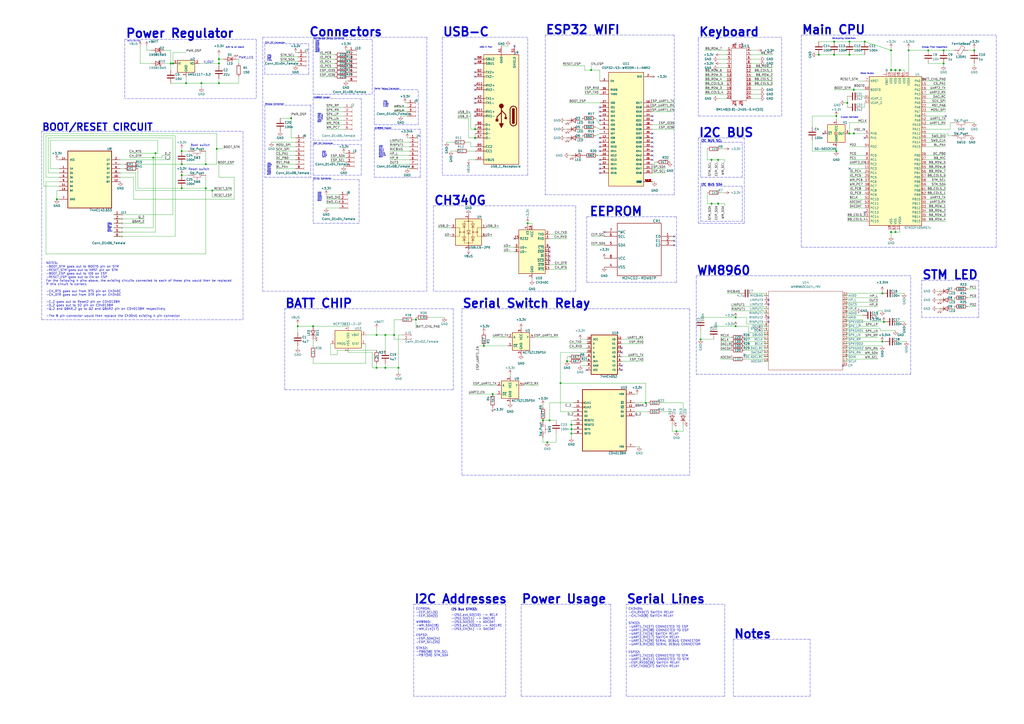
<source format=kicad_sch>
(kicad_sch (version 20211123) (generator eeschema)
  (paper "A2")
  (title_block (title "EV4 - FINN BERG") (date "2023-04-03") (company "CISCO SYSTEMS"))
  (junction (at 392.43 250.19))
  (junction (at 328.93 209.55))
  (junction (at 495.3 77.47))
  (junction (at 426.72 184.15))
  (junction (at 485.14 67.31))
  (junction (at 123.19 110.49))
  (junction (at 491.49 59.69))
  (junction (at 100.33 36.83))
  (junction (at 512.7194 186.69))
  (junction (at 547.37 36.83))
  (junction (at 318.77 243.84))
  (junction (at 331.47 246.38))
  (junction (at 342.9 40.64))
  (junction (at 485.14 87.63))
  (junction (at 426.72 189.23))
  (junction (at 127 36.83))
  (junction (at 538.48 29.21))
  (junction (at 116.84 48.26))
  (junction (at 501.65 24.13))
  (junction (at 492.76 31.75))
  (junction (at 231.14 213.36))
  (junction (at 228.6 194.31))
  (junction (at 516.89 40.64))
  (junction (at 172.72 189.23))
  (junction (at 516.89 134.62))
  (junction (at 325.12 222.25))
  (junction (at 218.44 194.31))
  (junction (at 88.9 91.44))
  (junction (at 314.96 243.84))
  (junction (at 412.75 118.11))
  (junction (at 223.52 213.36))
  (junction (at 483.87 24.13))
  (junction (at 127 34.29))
  (junction (at 33.02 115.57))
  (junction (at 406.4 196.85))
  (junction (at 547.37 29.21))
  (junction (at 519.43 40.64))
  (junction (at 483.87 31.75))
  (junction (at 119.38 109.22))
  (junction (at 280.67 200.66))
  (junction (at 495.3 52.07))
  (junction (at 105.41 95.25))
  (junction (at 99.06 36.83))
  (junction (at 275.59 74.93))
  (junction (at 511.81 198.12))
  (junction (at 492.76 24.13))
  (junction (at 331.47 248.92))
  (junction (at 565.15 29.21))
  (junction (at 107.95 48.26))
  (junction (at 90.17 88.9))
  (junction (at 105.41 109.22))
  (junction (at 181.61 189.23))
  (junction (at 527.05 29.21))
  (junction (at 306.07 129.54))
  (junction (at 285.75 228.6))
  (junction (at 241.3 185.42))
  (junction (at 412.75 92.71))
  (junction (at 127 48.26))
  (junction (at 218.44 213.36))
  (junction (at 168.91 68.58))
  (junction (at 275.59 80.01))
  (junction (at 119.38 95.25))
  (junction (at 511.81 170.18))
  (junction (at 492.76 77.47))
  (junction (at 416.56 118.11))
  (junction (at 223.52 194.31))
  (junction (at 474.98 31.75))
  (junction (at 331.47 251.46))
  (junction (at 416.56 92.71))
  (junction (at 105.41 101.6))
  (junction (at 317.5 256.54))
  (junction (at 516.89 29.21))
  (junction (at 105.41 87.63))
  (junction (at 519.43 134.62))
  (junction (at 374.65 233.68))
  (junction (at 521.97 40.64))
  (junction (at 125.73 86.36))
  (no_connect (at 318.77 151.13))
  (no_connect (at 501.65 123.19))
  (no_connect (at 318.77 148.59))
  (no_connect (at 391.16 142.24))
  (no_connect (at 347.98 62.23))
  (no_connect (at 378.46 82.55))
  (no_connect (at 275.59 64.77))
  (no_connect (at 548.64 67.31))
  (no_connect (at 275.59 34.29))
  (no_connect (at 275.59 52.07))
  (no_connect (at 492.76 97.79))
  (no_connect (at 445.77 173.99))
  (no_connect (at 391.16 139.7))
  (no_connect (at 488.95 212.09))
  (no_connect (at 347.98 100.33))
  (no_connect (at 378.46 77.47))
  (no_connect (at 347.98 95.25))
  (no_connect (at 347.98 67.31))
  (no_connect (at 378.46 85.09))
  (no_connect (at 340.36 214.63))
  (no_connect (at 360.68 212.09))
  (no_connect (at 391.16 137.16))
  (no_connect (at 275.59 36.83))
  (no_connect (at 431.8 205.74))
  (no_connect (at 347.98 82.55))
  (no_connect (at 378.46 67.31))
  (no_connect (at 347.98 97.79))
  (no_connect (at 378.46 80.01))
  (no_connect (at 298.45 138.43))
  (no_connect (at 378.46 92.71))
  (no_connect (at 275.59 41.91))
  (no_connect (at 426.72 60.96))
  (no_connect (at 275.59 57.15))
  (no_connect (at 275.59 44.45))
  (no_connect (at 378.46 87.63))
  (no_connect (at 445.77 184.15))
  (no_connect (at 347.98 85.09))
  (no_connect (at 477.52 77.47))
  (no_connect (at 514.35 40.64))
  (no_connect (at 347.98 87.63))
  (no_connect (at 318.77 146.05))
  (no_connect (at 445.77 176.53))
  (no_connect (at 347.98 69.85))
  (no_connect (at 298.45 26.67))
  (no_connect (at 350.52 134.62))
  (no_connect (at 360.68 204.47))
  (no_connect (at 378.46 69.85))
  (no_connect (at 426.72 25.4))
  (no_connect (at 318.77 143.51))
  (no_connect (at 445.77 186.69))
  (no_connect (at 347.98 92.71))
  (no_connect (at 347.98 80.01))
  (no_connect (at 360.68 201.93))
  (no_connect (at 275.59 59.69))
  (no_connect (at 275.59 49.53))
  (no_connect (at 275.59 67.31))
  (no_connect (at 360.68 214.63))
  (no_connect (at 378.46 90.17))
  (no_connect (at 430.53 60.96))
  (no_connect (at 430.53 25.4))
  (no_connect (at 347.98 64.77))
  (no_connect (at 501.65 80.01))
  (wire (pts (xy 80.01 109.22) (xy 105.41 109.22)))
  (wire (pts (xy 189.23 113.03) (xy 196.85 113.03)))
  (wire (pts (xy 378.46 74.93) (xy 391.16 74.93)))
  (polyline (pts (xy 222.25 52.07) (xy 242.57 52.07)))
  (wire (pts (xy 185.42 36.83) (xy 194.31 36.83)))
  (polyline (pts (xy 181.61 104.14) (xy 181.61 129.54)))
  (polyline (pts (xy 293.37 350.52) (xy 293.37 403.86)))
  (wire (pts (xy 426.72 184.15) (xy 406.4 184.15)))
  (wire (pts (xy 331.47 248.92) (xy 331.47 251.46)))
  (wire (pts (xy 90.17 134.62) (xy 66.04 134.62)))
  (wire (pts (xy 537.21 82.55) (xy 548.64 82.55)))
  (wire (pts (xy 408.94 52.07) (xy 421.64 52.07)))
  (wire (pts (xy 492.76 77.47) (xy 495.3 77.47)))
  (wire (pts (xy 406.4 191.77) (xy 406.4 196.85)))
  (wire (pts (xy 185.42 31.75) (xy 194.31 31.75)))
  (wire (pts (xy 516.89 134.62) (xy 519.43 134.62)))
  (wire (pts (xy 551.18 74.93) (xy 551.18 71.12)))
  (polyline (pts (xy 354.33 350.52) (xy 354.33 403.86)))
  (wire (pts (xy 537.21 80.01) (xy 548.64 80.01)))
  (wire (pts (xy 85.09 29.21) (xy 87.63 29.21)))
  (wire (pts (xy 420.37 111.76) (xy 417.83 111.76)))
  (wire (pts (xy 339.09 38.1) (xy 339.09 40.64)))
  (wire (pts (xy 490.22 59.69) (xy 491.49 59.69)))
  (wire (pts (xy 445.77 204.47) (xy 443.23 204.47)))
  (wire (pts (xy 90.17 88.9) (xy 90.17 134.62)))
  (wire (pts (xy 232.41 67.31) (xy 236.22 67.31)))
  (wire (pts (xy 308.61 129.54) (xy 308.61 130.81)))
  (wire (pts (xy 492.76 102.87) (xy 501.65 102.87)))
  (wire (pts (xy 292.1 146.05) (xy 298.45 146.05)))
  (wire (pts (xy 374.65 222.25) (xy 374.65 233.68)))
  (wire (pts (xy 236.22 97.79) (xy 237.49 97.79)))
  (wire (pts (xy 491.49 191.77) (xy 491.49 190.5)))
  (wire (pts (xy 189.23 69.85) (xy 199.39 69.85)))
  (wire (pts (xy 443.23 198.12) (xy 431.8 198.12)))
  (wire (pts (xy 492.76 92.71) (xy 501.65 92.71)))
  (wire (pts (xy 492.76 31.75) (xy 501.65 31.75)))
  (wire (pts (xy 379.73 93.98) (xy 379.73 95.25)))
  (wire (pts (xy 537.21 54.61) (xy 548.64 54.61)))
  (wire (pts (xy 492.76 100.33) (xy 501.65 100.33)))
  (wire (pts (xy 435.61 44.45) (xy 448.31 44.45)))
  (polyline (pts (xy 247.65 21.59) (xy 152.4 21.59)))
  (wire (pts (xy 408.94 54.61) (xy 421.64 54.61)))
  (wire (pts (xy 218.44 203.2) (xy 195.58 203.2)))
  (polyline (pts (xy 180.34 102.87) (xy 153.67 102.87)))
  (wire (pts (xy 491.49 171.45) (xy 491.49 170.18)))
  (wire (pts (xy 218.44 194.31) (xy 218.44 190.5)))
  (wire (pts (xy 330.2 207.01) (xy 328.93 207.01)))
  (wire (pts (xy 513.08 198.12) (xy 511.81 198.12)))
  (wire (pts (xy 549.91 78.74) (xy 552.45 78.74)))
  (wire (pts (xy 66.04 137.16) (xy 101.6 137.16)))
  (wire (pts (xy 417.83 86.36) (xy 420.37 86.36)))
  (wire (pts (xy 185.42 44.45) (xy 194.31 44.45)))
  (polyline (pts (xy 400.05 179.07) (xy 400.05 275.59)))
  (wire (pts (xy 488.95 179.07) (xy 491.49 179.07)))
  (wire (pts (xy 69.85 102.87) (xy 77.47 102.87)))
  (wire (pts (xy 538.48 36.83) (xy 547.37 36.83)))
  (wire (pts (xy 336.55 74.93) (xy 337.82 74.93)))
  (wire (pts (xy 378.46 72.39) (xy 391.16 72.39)))
  (wire (pts (xy 325.12 222.25) (xy 325.12 238.76)))
  (wire (pts (xy 157.48 82.55) (xy 171.45 82.55)))
  (wire (pts (xy 445.77 207.01) (xy 443.23 207.01)))
  (wire (pts (xy 360.68 196.85) (xy 373.38 196.85)))
  (wire (pts (xy 516.89 133.35) (xy 516.89 134.62)))
  (wire (pts (xy 416.56 118.11) (xy 420.37 118.11)))
  (polyline (pts (xy 334.01 168.91) (xy 251.46 168.91)))
  (wire (pts (xy 330.2 199.39) (xy 340.36 199.39)))
  (wire (pts (xy 443.23 196.85) (xy 443.23 195.58)))
  (polyline (pts (xy 267.97 179.07) (xy 400.05 179.07)))
  (wire (pts (xy 445.77 194.31) (xy 443.23 194.31)))
  (wire (pts (xy 273.05 66.04) (xy 265.43 66.04)))
  (wire (pts (xy 445.77 189.23) (xy 443.23 189.23)))
  (wire (pts (xy 218.44 210.82) (xy 218.44 213.36)))
  (wire (pts (xy 241.3 184.15) (xy 241.3 185.42)))
  (polyline (pts (xy 148.59 22.86) (xy 148.59 57.15)))
  (wire (pts (xy 491.49 170.18) (xy 511.81 170.18)))
  (polyline (pts (xy 535.94 162.56) (xy 567.69 162.56)))
  (wire (pts (xy 378.46 105.41) (xy 379.73 105.41)))
  (wire (pts (xy 420.37 118.11) (xy 420.37 119.38)))
  (polyline (pts (xy 181.61 83.82) (xy 181.61 101.6)))
  (wire (pts (xy 273.05 74.93) (xy 273.05 66.04)))
  (wire (pts (xy 325.12 204.47) (xy 325.12 222.25)))
  (wire (pts (xy 491.49 177.8) (xy 509.27 177.8)))
  (wire (pts (xy 501.65 57.15) (xy 501.65 55.88)))
  (wire (pts (xy 543.56 173.99) (xy 544.83 173.99)))
  (wire (pts (xy 414.02 189.23) (xy 426.72 189.23)))
  (wire (pts (xy 281.94 137.16) (xy 285.75 137.16)))
  (wire (pts (xy 492.76 113.03) (xy 501.65 113.03)))
  (polyline (pts (xy 528.32 217.17) (xy 528.32 160.02)))
  (wire (pts (xy 314.96 243.84) (xy 318.77 243.84)))
  (polyline (pts (xy 293.37 403.86) (xy 240.03 403.86)))
  (wire (pts (xy 322.58 243.84) (xy 318.77 243.84)))
  (wire (pts (xy 483.87 24.13) (xy 492.76 24.13)))
  (polyline (pts (xy 430.53 102.87) (xy 430.53 82.55)))
  (wire (pts (xy 191.77 93.98) (xy 200.66 93.98)))
  (wire (pts (xy 271.78 92.71) (xy 275.59 92.71)))
  (wire (pts (xy 537.21 115.57) (xy 548.64 115.57)))
  (wire (pts (xy 332.74 251.46) (xy 331.47 251.46)))
  (wire (pts (xy 336.55 80.01) (xy 337.82 80.01)))
  (wire (pts (xy 497.84 46.99) (xy 501.65 46.99)))
  (polyline (pts (xy 406.4 109.22) (xy 406.4 128.27)))
  (polyline (pts (xy 363.22 403.86) (xy 363.22 350.52)))
  (polyline (pts (xy 577.85 143.51) (xy 577.85 20.32)))
  (wire (pts (xy 215.9 213.36) (xy 218.44 213.36)))
  (polyline (pts (xy 406.4 82.55) (xy 406.4 102.87)))
  (wire (pts (xy 77.47 102.87) (xy 77.47 115.57)))
  (wire (pts (xy 537.21 52.07) (xy 548.64 52.07)))
  (wire (pts (xy 368.3 233.68) (xy 374.65 233.68)))
  (wire (pts (xy 488.95 173.99) (xy 491.49 173.99)))
  (wire (pts (xy 417.83 36.83) (xy 421.64 36.83)))
  (wire (pts (xy 330.2 59.69) (xy 347.98 59.69)))
  (wire (pts (xy 547.37 29.21) (xy 553.72 29.21)))
  (polyline (pts (xy 262.89 226.06) (xy 165.1 226.06)))
  (wire (pts (xy 116.84 48.26) (xy 116.84 50.8)))
  (wire (pts (xy 236.22 80.01) (xy 237.49 80.01)))
  (wire (pts (xy 264.16 87.63) (xy 261.62 87.63)))
  (wire (pts (xy 501.65 24.13) (xy 516.89 29.21)))
  (wire (pts (xy 314.96 234.95) (xy 314.96 236.22)))
  (wire (pts (xy 491.49 195.58) (xy 509.27 195.58)))
  (wire (pts (xy 172.72 189.23) (xy 181.61 189.23)))
  (polyline (pts (xy 453.39 21.59) (xy 405.13 21.59)))
  (wire (pts (xy 248.92 184.15) (xy 257.81 184.15)))
  (wire (pts (xy 445.77 191.77) (xy 443.23 191.77)))
  (wire (pts (xy 105.41 86.36) (xy 105.41 87.63)))
  (wire (pts (xy 492.76 77.47) (xy 492.76 71.12)))
  (wire (pts (xy 537.21 105.41) (xy 548.64 105.41)))
  (wire (pts (xy 241.3 185.42) (xy 241.3 190.5)))
  (wire (pts (xy 314.96 254) (xy 314.96 256.54)))
  (wire (pts (xy 488.95 207.01) (xy 491.49 207.01)))
  (wire (pts (xy 107.95 48.26) (xy 116.84 48.26)))
  (wire (pts (xy 123.19 110.49) (xy 123.19 114.3)))
  (wire (pts (xy 337.82 68.58) (xy 337.82 69.85)))
  (wire (pts (xy 259.08 82.55) (xy 262.89 82.55)))
  (wire (pts (xy 410.21 118.11) (xy 412.75 118.11)))
  (wire (pts (xy 189.23 72.39) (xy 199.39 72.39)))
  (wire (pts (xy 303.53 223.52) (xy 312.42 223.52)))
  (wire (pts (xy 443.23 200.66) (xy 431.8 200.66)))
  (wire (pts (xy 491.49 194.31) (xy 491.49 193.04)))
  (wire (pts (xy 226.06 95.25) (xy 237.49 95.25)))
  (wire (pts (xy 189.23 64.77) (xy 199.39 64.77)))
  (wire (pts (xy 492.76 90.17) (xy 501.65 90.17)))
  (wire (pts (xy 516.89 40.64) (xy 519.43 40.64)))
  (polyline (pts (xy 217.17 74.93) (xy 217.17 102.87)))
  (wire (pts (xy 551.18 71.12) (xy 552.45 71.12)))
  (wire (pts (xy 77.47 115.57) (xy 135.89 115.57)))
  (wire (pts (xy 69.85 95.25) (xy 72.39 95.25)))
  (polyline (pts (xy 181.61 54.61) (xy 215.9 54.61)))
  (polyline (pts (xy 256.54 21.59) (xy 256.54 101.6)))
  (wire (pts (xy 416.56 92.71) (xy 416.56 93.98)))
  (wire (pts (xy 488.95 199.39) (xy 491.49 199.39)))
  (polyline (pts (xy 208.28 104.14) (xy 208.28 129.54)))
  (wire (pts (xy 491.49 59.69) (xy 491.49 62.23)))
  (wire (pts (xy 66.04 124.46) (xy 100.33 124.46)))
  (wire (pts (xy 171.45 80.01) (xy 168.91 80.01)))
  (wire (pts (xy 436.88 170.18) (xy 443.23 170.18)))
  (wire (pts (xy 412.75 92.71) (xy 412.75 93.98)))
  (wire (pts (xy 318.77 138.43) (xy 328.93 138.43)))
  (polyline (pts (xy 267.97 275.59) (xy 267.97 179.07)))
  (polyline (pts (xy 152.4 21.59) (xy 152.4 168.91)))
  (polyline (pts (xy 153.67 60.96) (xy 180.34 60.96)))
  (polyline (pts (xy 217.17 52.07) (xy 217.17 72.39)))
  (wire (pts (xy 516.89 134.62) (xy 516.89 137.16)))
  (wire (pts (xy 417.83 208.28) (xy 424.18 208.28)))
  (polyline (pts (xy 431.8 129.54) (xy 431.8 80.01)))
  (wire (pts (xy 509.27 182.88) (xy 509.27 180.34)))
  (wire (pts (xy 435.61 46.99) (xy 448.31 46.99)))
  (wire (pts (xy 519.43 170.18) (xy 524.51 170.18)))
  (wire (pts (xy 346.71 90.17) (xy 347.98 90.17)))
  (wire (pts (xy 378.46 59.69) (xy 391.16 59.69)))
  (wire (pts (xy 342.9 40.64) (xy 347.98 40.64)))
  (wire (pts (xy 378.46 62.23) (xy 391.16 62.23)))
  (wire (pts (xy 491.49 205.74) (xy 509.27 205.74)))
  (polyline (pts (xy 72.39 22.86) (xy 72.39 57.15)))
  (wire (pts (xy 412.75 118.11) (xy 412.75 119.38)))
  (polyline (pts (xy 243.84 102.87) (xy 243.84 74.93)))
  (wire (pts (xy 127 102.87) (xy 127 95.25)))
  (wire (pts (xy 347.98 40.64) (xy 347.98 46.99)))
  (wire (pts (xy 435.61 54.61) (xy 440.69 54.61)))
  (wire (pts (xy 331.47 243.84) (xy 331.47 246.38)))
  (wire (pts (xy 160.02 92.71) (xy 171.45 92.71)))
  (wire (pts (xy 326.39 38.1) (xy 339.09 38.1)))
  (wire (pts (xy 561.34 167.64) (xy 566.42 167.64)))
  (wire (pts (xy 332.74 243.84) (xy 331.47 243.84)))
  (wire (pts (xy 501.65 115.57) (xy 492.76 115.57)))
  (wire (pts (xy 565.15 71.12) (xy 562.61 71.12)))
  (wire (pts (xy 491.49 175.26) (xy 509.27 175.26)))
  (wire (pts (xy 189.23 115.57) (xy 196.85 115.57)))
  (wire (pts (xy 273.05 85.09) (xy 275.59 85.09)))
  (wire (pts (xy 474.98 24.13) (xy 483.87 24.13)))
  (wire (pts (xy 294.64 26.67) (xy 290.83 26.67)))
  (polyline (pts (xy 469.9 403.86) (xy 469.9 370.84)))
  (wire (pts (xy 328.93 207.01) (xy 328.93 209.55)))
  (wire (pts (xy 471.17 73.66) (xy 471.17 67.31)))
  (wire (pts (xy 435.61 41.91) (xy 448.31 41.91)))
  (wire (pts (xy 491.49 207.01) (xy 491.49 205.74)))
  (wire (pts (xy 561.34 177.8) (xy 566.42 177.8)))
  (wire (pts (xy 552.45 173.99) (xy 553.72 173.99)))
  (wire (pts (xy 537.21 123.19) (xy 548.64 123.19)))
  (wire (pts (xy 27.94 80.01) (xy 27.94 100.33)))
  (wire (pts (xy 336.55 69.85) (xy 337.82 69.85)))
  (wire (pts (xy 125.73 95.25) (xy 125.73 86.36)))
  (wire (pts (xy 516.89 27.94) (xy 516.89 29.21)))
  (wire (pts (xy 337.82 207.01) (xy 340.36 207.01)))
  (wire (pts (xy 389.89 250.19) (xy 392.43 250.19)))
  (polyline (pts (xy 528.32 160.02) (xy 403.86 160.02)))
  (wire (pts (xy 339.09 54.61) (xy 347.98 54.61)))
  (wire (pts (xy 195.58 203.2) (xy 195.58 205.74)))
  (wire (pts (xy 412.75 92.71) (xy 416.56 92.71)))
  (wire (pts (xy 125.73 86.36) (xy 129.54 86.36)))
  (wire (pts (xy 306.07 129.54) (xy 308.61 129.54)))
  (wire (pts (xy 231.14 213.36) (xy 231.14 215.9)))
  (wire (pts (xy 226.06 87.63) (xy 237.49 87.63)))
  (polyline (pts (xy 420.37 350.52) (xy 420.37 403.86)))
  (wire (pts (xy 445.77 171.45) (xy 443.23 171.45)))
  (wire (pts (xy 119.38 95.25) (xy 125.73 95.25)))
  (wire (pts (xy 491.49 128.27) (xy 501.65 128.27)))
  (wire (pts (xy 285.75 228.6) (xy 288.29 228.6)))
  (wire (pts (xy 271.78 80.01) (xy 271.78 68.58)))
  (wire (pts (xy 519.43 40.64) (xy 521.97 40.64)))
  (wire (pts (xy 443.23 191.77) (xy 443.23 190.5)))
  (wire (pts (xy 189.23 62.23) (xy 199.39 62.23)))
  (wire (pts (xy 416.56 118.11) (xy 416.56 119.38)))
  (wire (pts (xy 295.91 218.44) (xy 295.91 217.17)))
  (wire (pts (xy 29.21 97.79) (xy 34.29 97.79)))
  (wire (pts (xy 408.94 49.53) (xy 421.64 49.53)))
  (polyline (pts (xy 469.9 370.84) (xy 425.45 370.84)))
  (wire (pts (xy 537.21 67.31) (xy 548.64 67.31)))
  (wire (pts (xy 231.14 213.36) (xy 223.52 213.36)))
  (wire (pts (xy 495.3 50.8) (xy 495.3 52.07)))
  (wire (pts (xy 95.25 29.21) (xy 99.06 29.21)))
  (wire (pts (xy 240.03 185.42) (xy 241.3 185.42)))
  (wire (pts (xy 168.91 67.31) (xy 168.91 68.58)))
  (wire (pts (xy 100.33 30.48) (xy 107.95 30.48)))
  (wire (pts (xy 181.61 196.85) (xy 181.61 200.66)))
  (polyline (pts (xy 181.61 101.6) (xy 209.55 101.6)))
  (wire (pts (xy 337.82 78.74) (xy 337.82 80.01)))
  (wire (pts (xy 474.98 31.75) (xy 483.87 31.75)))
  (wire (pts (xy 435.61 49.53) (xy 448.31 49.53)))
  (wire (pts (xy 417.83 198.12) (xy 424.18 198.12)))
  (wire (pts (xy 443.23 209.55) (xy 443.23 208.28)))
  (polyline (pts (xy 354.33 403.86) (xy 302.26 403.86)))
  (wire (pts (xy 33.02 110.49) (xy 33.02 115.57)))
  (wire (pts (xy 34.29 115.57) (xy 33.02 115.57)))
  (wire (pts (xy 417.83 200.66) (xy 424.18 200.66)))
  (polyline (pts (xy 262.89 179.07) (xy 262.89 226.06)))
  (wire (pts (xy 488.95 196.85) (xy 491.49 196.85)))
  (wire (pts (xy 491.49 199.39) (xy 491.49 198.12)))
  (wire (pts (xy 537.21 97.79) (xy 548.64 97.79)))
  (polyline (pts (xy 240.03 350.52) (xy 293.37 350.52)))
  (wire (pts (xy 521.97 40.64) (xy 521.97 41.91)))
  (wire (pts (xy 80.01 95.25) (xy 105.41 95.25)))
  (polyline (pts (xy 181.61 22.86) (xy 181.61 24.13)))
  (wire (pts (xy 85.09 26.67) (xy 85.09 29.21)))
  (polyline (pts (xy 567.69 162.56) (xy 567.69 184.15)))
  (wire (pts (xy 471.17 67.31) (xy 485.14 67.31)))
  (wire (pts (xy 226.06 82.55) (xy 237.49 82.55)))
  (wire (pts (xy 434.34 193.04) (xy 434.34 189.23)))
  (wire (pts (xy 218.44 213.36) (xy 223.52 213.36)))
  (wire (pts (xy 445.77 196.85) (xy 443.23 196.85)))
  (wire (pts (xy 336.55 196.85) (xy 340.36 196.85)))
  (wire (pts (xy 488.95 186.69) (xy 491.49 186.69)))
  (wire (pts (xy 435.61 29.21) (xy 439.42 29.21)))
  (wire (pts (xy 115.57 36.83) (xy 127 36.83)))
  (polyline (pts (xy 24.13 76.2) (xy 24.13 185.42)))
  (wire (pts (xy 25.4 107.95) (xy 34.29 107.95)))
  (wire (pts (xy 492.76 95.25) (xy 501.65 95.25)))
  (wire (pts (xy 408.94 29.21) (xy 421.64 29.21)))
  (polyline (pts (xy 24.13 76.2) (xy 140.97 76.2)))
  (wire (pts (xy 443.23 181.61) (xy 443.23 180.34)))
  (wire (pts (xy 443.23 180.34) (xy 424.18 180.34)))
  (wire (pts (xy 421.64 170.18) (xy 429.26 170.18)))
  (wire (pts (xy 565.15 36.83) (xy 565.15 38.1)))
  (wire (pts (xy 501.65 62.23) (xy 499.11 62.23)))
  (wire (pts (xy 552.45 179.07) (xy 553.72 179.07)))
  (wire (pts (xy 331.47 246.38) (xy 331.47 248.92)))
  (polyline (pts (xy 406.4 107.95) (xy 406.4 109.22)))
  (wire (pts (xy 443.23 171.45) (xy 443.23 170.18)))
  (wire (pts (xy 280.67 200.66) (xy 294.64 200.66)))
  (wire (pts (xy 374.65 233.68) (xy 375.92 233.68)))
  (wire (pts (xy 81.28 26.67) (xy 81.28 36.83)))
  (wire (pts (xy 435.61 57.15) (xy 440.69 57.15)))
  (wire (pts (xy 443.23 189.23) (xy 443.23 187.96)))
  (wire (pts (xy 499.11 189.23) (xy 509.27 189.23)))
  (wire (pts (xy 435.61 36.83) (xy 440.69 36.83)))
  (wire (pts (xy 212.09 194.31) (xy 218.44 194.31)))
  (polyline (pts (xy 405.13 67.31) (xy 453.39 67.31)))
  (wire (pts (xy 119.38 101.6) (xy 119.38 109.22)))
  (wire (pts (xy 135.89 102.87) (xy 127 102.87)))
  (wire (pts (xy 553.72 172.72) (xy 553.72 173.99)))
  (wire (pts (xy 491.49 179.07) (xy 491.49 177.8)))
  (wire (pts (xy 377.19 44.45) (xy 378.46 44.45)))
  (wire (pts (xy 26.67 102.87) (xy 34.29 102.87)))
  (wire (pts (xy 561.34 29.21) (xy 565.15 29.21)))
  (wire (pts (xy 99.06 36.83) (xy 100.33 36.83)))
  (polyline (pts (xy 334.01 119.38) (xy 334.01 168.91)))
  (wire (pts (xy 412.75 118.11) (xy 416.56 118.11)))
  (wire (pts (xy 66.04 127) (xy 83.82 127)))
  (wire (pts (xy 488.95 176.53) (xy 491.49 176.53)))
  (polyline (pts (xy 72.39 22.86) (xy 148.59 22.86)))
  (wire (pts (xy 127 31.75) (xy 127 34.29)))
  (wire (pts (xy 537.21 107.95) (xy 548.64 107.95)))
  (wire (pts (xy 107.95 44.45) (xy 107.95 48.26)))
  (polyline (pts (xy 165.1 179.07) (xy 262.89 179.07)))
  (wire (pts (xy 537.21 69.85) (xy 548.64 69.85)))
  (wire (pts (xy 510.54 191.77) (xy 519.43 191.77)))
  (wire (pts (xy 491.49 201.93) (xy 491.49 200.66)))
  (wire (pts (xy 228.6 194.31) (xy 228.6 196.85)))
  (wire (pts (xy 474.98 31.75) (xy 473.71 31.75)))
  (wire (pts (xy 378.46 97.79) (xy 386.08 97.79)))
  (wire (pts (xy 519.43 40.64) (xy 519.43 41.91)))
  (polyline (pts (xy 425.45 370.84) (xy 425.45 373.38)))
  (wire (pts (xy 434.34 189.23) (xy 426.72 189.23)))
  (wire (pts (xy 281.94 132.08) (xy 289.56 132.08)))
  (wire (pts (xy 199.39 96.52) (xy 200.66 96.52)))
  (wire (pts (xy 416.56 57.15) (xy 421.64 57.15)))
  (wire (pts (xy 383.54 238.76) (xy 389.89 238.76)))
  (wire (pts (xy 410.21 111.76) (xy 410.21 118.11)))
  (wire (pts (xy 511.81 168.91) (xy 511.81 170.18)))
  (wire (pts (xy 90.17 88.9) (xy 91.44 88.9)))
  (wire (pts (xy 501.65 55.88) (xy 499.11 55.88)))
  (wire (pts (xy 93.98 90.17) (xy 99.06 90.17)))
  (polyline (pts (xy 430.53 107.95) (xy 406.4 107.95)))
  (wire (pts (xy 485.14 85.09) (xy 485.14 87.63)))
  (wire (pts (xy 443.23 203.2) (xy 431.8 203.2)))
  (wire (pts (xy 189.23 118.11) (xy 196.85 118.11)))
  (wire (pts (xy 488.95 209.55) (xy 491.49 209.55)))
  (wire (pts (xy 491.49 193.04) (xy 509.27 193.04)))
  (wire (pts (xy 191.77 199.39) (xy 191.77 205.74)))
  (polyline (pts (xy 417.83 82.55) (xy 406.4 82.55)))
  (wire (pts (xy 228.6 194.31) (xy 228.6 185.42)))
  (wire (pts (xy 26.67 147.32) (xy 26.67 105.41)))
  (polyline (pts (xy 181.61 24.13) (xy 181.61 54.61)))
  (polyline (pts (xy 392.43 125.73) (xy 392.43 163.83)))
  (wire (pts (xy 318.77 156.21) (xy 328.93 156.21)))
  (wire (pts (xy 195.58 205.74) (xy 191.77 205.74)))
  (wire (pts (xy 228.6 62.23) (xy 236.22 62.23)))
  (wire (pts (xy 488.95 204.47) (xy 491.49 204.47)))
  (polyline (pts (xy 340.36 125.73) (xy 392.43 125.73)))
  (wire (pts (xy 491.49 209.55) (xy 491.49 208.28)))
  (wire (pts (xy 491.49 125.73) (xy 501.65 125.73)))
  (wire (pts (xy 228.6 185.42) (xy 232.41 185.42)))
  (wire (pts (xy 443.23 205.74) (xy 431.8 205.74)))
  (wire (pts (xy 488.95 189.23) (xy 491.49 189.23)))
  (polyline (pts (xy 403.86 160.02) (xy 403.86 163.83)))
  (wire (pts (xy 491.49 187.96) (xy 499.11 187.96)))
  (wire (pts (xy 78.74 110.49) (xy 123.19 110.49)))
  (polyline (pts (xy 406.4 102.87) (xy 430.53 102.87)))
  (wire (pts (xy 492.76 71.12) (xy 502.92 71.12)))
  (wire (pts (xy 191.77 91.44) (xy 200.66 91.44)))
  (wire (pts (xy 483.87 31.75) (xy 492.76 31.75)))
  (wire (pts (xy 417.83 203.2) (xy 424.18 203.2)))
  (wire (pts (xy 514.35 41.91) (xy 514.35 40.64)))
  (wire (pts (xy 332.74 248.92) (xy 331.47 248.92)))
  (wire (pts (xy 495.3 76.2) (xy 495.3 77.47)))
  (wire (pts (xy 491.49 172.72) (xy 509.27 172.72)))
  (polyline (pts (xy 217.17 102.87) (xy 243.84 102.87)))
  (polyline (pts (xy 534.67 162.56) (xy 535.94 162.56)))
  (wire (pts (xy 396.24 250.19) (xy 392.43 250.19)))
  (wire (pts (xy 537.21 74.93) (xy 551.18 74.93)))
  (wire (pts (xy 189.23 74.93) (xy 199.39 74.93)))
  (polyline (pts (xy 140.97 185.42) (xy 140.97 76.2)))
  (wire (pts (xy 271.78 228.6) (xy 285.75 228.6)))
  (wire (pts (xy 492.76 97.79) (xy 501.65 97.79)))
  (wire (pts (xy 95.25 36.83) (xy 99.06 36.83)))
  (wire (pts (xy 271.78 68.58) (xy 265.43 68.58)))
  (wire (pts (xy 278.13 200.66) (xy 280.67 200.66)))
  (wire (pts (xy 491.49 190.5) (xy 510.54 190.5)))
  (wire (pts (xy 527.05 29.21) (xy 527.05 41.91)))
  (wire (pts (xy 516.89 40.64) (xy 516.89 41.91)))
  (wire (pts (xy 396.24 233.68) (xy 396.24 238.76)))
  (wire (pts (xy 368.3 228.6) (xy 369.57 228.6)))
  (polyline (pts (xy 215.9 22.86) (xy 181.61 22.86)))
  (polyline (pts (xy 464.82 143.51) (xy 577.85 143.51)))
  (wire (pts (xy 119.38 147.32) (xy 26.67 147.32)))
  (wire (pts (xy 519.43 134.62) (xy 521.97 134.62)))
  (wire (pts (xy 417.83 31.75) (xy 421.64 31.75)))
  (wire (pts (xy 537.21 95.25) (xy 548.64 95.25)))
  (polyline (pts (xy 153.67 60.96) (xy 153.67 102.87)))
  (polyline (pts (xy 391.16 113.03) (xy 391.16 20.32)))
  (wire (pts (xy 226.06 92.71) (xy 237.49 92.71)))
  (wire (pts (xy 275.59 72.39) (xy 275.59 74.93)))
  (wire (pts (xy 491.49 203.2) (xy 509.27 203.2)))
  (wire (pts (xy 368.3 238.76) (xy 375.92 238.76)))
  (wire (pts (xy 441.96 190.5) (xy 443.23 190.5)))
  (wire (pts (xy 331.47 251.46) (xy 331.47 254)))
  (wire (pts (xy 285.75 195.58) (xy 294.64 195.58)))
  (wire (pts (xy 378.46 100.33) (xy 386.08 100.33)))
  (polyline (pts (xy 405.13 21.59) (xy 405.13 22.86)))
  (polyline (pts (xy 208.28 129.54) (xy 181.61 129.54)))
  (wire (pts (xy 537.21 85.09) (xy 548.64 85.09)))
  (wire (pts (xy 160.02 90.17) (xy 171.45 90.17)))
  (wire (pts (xy 408.94 44.45) (xy 421.64 44.45)))
  (wire (pts (xy 491.49 185.42) (xy 500.38 185.42)))
  (wire (pts (xy 127 95.25) (xy 135.89 95.25)))
  (polyline (pts (xy 431.8 80.01) (xy 405.13 80.01)))
  (wire (pts (xy 88.9 132.08) (xy 66.04 132.08)))
  (wire (pts (xy 408.94 46.99) (xy 421.64 46.99)))
  (wire (pts (xy 69.85 100.33) (xy 78.74 100.33)))
  (polyline (pts (xy 209.55 81.28) (xy 209.55 57.15)))
  (wire (pts (xy 416.56 92.71) (xy 420.37 92.71)))
  (wire (pts (xy 257.81 137.16) (xy 261.62 137.16)))
  (wire (pts (xy 537.21 57.15) (xy 548.64 57.15)))
  (wire (pts (xy 172.72 200.66) (xy 172.72 201.93)))
  (wire (pts (xy 538.48 29.21) (xy 547.37 29.21)))
  (wire (pts (xy 435.61 31.75) (xy 448.31 31.75)))
  (wire (pts (xy 69.85 97.79) (xy 72.39 97.79)))
  (wire (pts (xy 519.43 133.35) (xy 519.43 134.62)))
  (wire (pts (xy 185.42 39.37) (xy 194.31 39.37)))
  (wire (pts (xy 127 48.26) (xy 138.43 48.26)))
  (wire (pts (xy 483.87 52.07) (xy 495.3 52.07)))
  (polyline (pts (xy 405.13 129.54) (xy 431.8 129.54)))
  (wire (pts (xy 445.77 201.93) (xy 443.23 201.93)))
  (wire (pts (xy 160.02 85.09) (xy 171.45 85.09)))
  (polyline (pts (xy 242.57 168.91) (xy 247.65 168.91)))
  (polyline (pts (xy 243.84 74.93) (xy 217.17 74.93)))
  (wire (pts (xy 127 45.72) (xy 127 48.26)))
  (polyline (pts (xy 179.07 43.18) (xy 153.67 43.18)))
  (polyline (pts (xy 209.55 101.6) (xy 209.55 83.82)))
  (polyline (pts (xy 209.55 57.15) (xy 207.01 57.15)))
  (polyline (pts (xy 181.61 83.82) (xy 209.55 83.82)))
  (wire (pts (xy 127 34.29) (xy 127 36.83)))
  (wire (pts (xy 127 36.83) (xy 127 38.1)))
  (polyline (pts (xy 181.61 104.14) (xy 208.28 104.14)))
  (polyline (pts (xy 464.82 20.32) (xy 577.85 20.32)))
  (wire (pts (xy 471.17 87.63) (xy 485.14 87.63)))
  (wire (pts (xy 443.23 177.8) (xy 424.18 177.8)))
  (wire (pts (xy 137.16 34.29) (xy 138.43 34.29)))
  (wire (pts (xy 99.06 29.21) (xy 99.06 36.83)))
  (wire (pts (xy 553.72 177.8) (xy 553.72 179.07)))
  (wire (pts (xy 168.91 80.01) (xy 168.91 68.58)))
  (wire (pts (xy 509.27 180.34) (xy 511.81 180.34)))
  (wire (pts (xy 226.06 85.09) (xy 237.49 85.09)))
  (wire (pts (xy 26.67 78.74) (xy 26.67 102.87)))
  (wire (pts (xy 492.76 24.13) (xy 501.65 24.13)))
  (polyline (pts (xy 567.69 184.15) (xy 534.67 184.15)))
  (wire (pts (xy 327.66 80.01) (xy 328.93 80.01)))
  (wire (pts (xy 327.66 74.93) (xy 328.93 74.93)))
  (wire (pts (xy 74.93 88.9) (xy 90.17 88.9)))
  (wire (pts (xy 520.7 186.69) (xy 524.51 186.69)))
  (wire (pts (xy 488.95 184.15) (xy 491.49 184.15)))
  (wire (pts (xy 138.43 44.45) (xy 138.43 48.26)))
  (wire (pts (xy 26.67 105.41) (xy 34.29 105.41)))
  (wire (pts (xy 510.54 190.5) (xy 510.54 191.77)))
  (wire (pts (xy 201.93 204.47) (xy 215.9 204.47)))
  (wire (pts (xy 345.44 78.74) (xy 347.98 77.47)))
  (polyline (pts (xy 430.53 128.27) (xy 430.53 107.95)))
  (wire (pts (xy 223.52 203.2) (xy 223.52 194.31)))
  (wire (pts (xy 416.56 34.29) (xy 421.64 34.29)))
  (wire (pts (xy 381 93.98) (xy 379.73 93.98)))
  (wire (pts (xy 537.21 46.99) (xy 548.64 46.99)))
  (wire (pts (xy 162.56 68.58) (xy 168.91 68.58)))
  (wire (pts (xy 491.49 200.66) (xy 511.81 200.66)))
  (wire (pts (xy 445.77 179.07) (xy 443.23 179.07)))
  (wire (pts (xy 327.66 69.85) (xy 328.93 69.85)))
  (wire (pts (xy 433.07 184.15) (xy 426.72 184.15)))
  (wire (pts (xy 125.73 77.47) (xy 25.4 77.47)))
  (wire (pts (xy 181.61 210.82) (xy 212.09 210.82)))
  (wire (pts (xy 488.95 201.93) (xy 491.49 201.93)))
  (wire (pts (xy 27.94 100.33) (xy 34.29 100.33)))
  (wire (pts (xy 325.12 222.25) (xy 374.65 222.25)))
  (wire (pts (xy 512.7194 186.69) (xy 513.08 186.69)))
  (wire (pts (xy 491.49 181.61) (xy 491.49 180.34)))
  (wire (pts (xy 443.23 207.01) (xy 443.23 205.74)))
  (polyline (pts (xy 148.59 57.15) (xy 72.39 57.15)))
  (wire (pts (xy 537.21 110.49) (xy 548.64 110.49)))
  (wire (pts (xy 274.32 223.52) (xy 288.29 223.52)))
  (wire (pts (xy 553.72 167.64) (xy 553.72 168.91)))
  (wire (pts (xy 524.51 40.64) (xy 524.51 41.91)))
  (wire (pts (xy 101.6 78.74) (xy 26.67 78.74)))
  (wire (pts (xy 537.21 120.65) (xy 548.64 120.65)))
  (wire (pts (xy 537.21 102.87) (xy 548.64 102.87)))
  (wire (pts (xy 495.3 77.47) (xy 501.65 77.47)))
  (wire (pts (xy 492.76 110.49) (xy 501.65 110.49)))
  (wire (pts (xy 332.74 233.68) (xy 318.77 233.68)))
  (wire (pts (xy 119.38 109.22) (xy 119.38 147.32)))
  (wire (pts (xy 116.84 48.26) (xy 127 48.26)))
  (wire (pts (xy 520.7 198.12) (xy 525.78 198.12)))
  (wire (pts (xy 69.85 92.71) (xy 99.06 92.71)))
  (polyline (pts (xy 405.13 22.86) (xy 405.13 67.31)))
  (wire (pts (xy 160.02 95.25) (xy 171.45 95.25)))
  (wire (pts (xy 491.49 184.15) (xy 491.49 182.88)))
  (polyline (pts (xy 251.46 168.91) (xy 251.46 119.38)))
  (wire (pts (xy 172.72 187.96) (xy 172.72 189.23)))
  (wire (pts (xy 500.38 186.69) (xy 512.7194 186.69)))
  (wire (pts (xy 492.76 107.95) (xy 501.65 107.95)))
  (wire (pts (xy 547.37 36.83) (xy 547.37 38.1)))
  (wire (pts (xy 431.8 195.58) (xy 443.23 195.58)))
  (wire (pts (xy 527.05 29.21) (xy 538.48 29.21)))
  (polyline (pts (xy 242.57 72.39) (xy 242.57 52.07)))
  (wire (pts (xy 537.21 59.69) (xy 548.64 59.69)))
  (polyline (pts (xy 340.36 163.83) (xy 340.36 125.73)))
  (wire (pts (xy 420.37 92.71) (xy 420.37 93.98)))
  (wire (pts (xy 322.58 251.46) (xy 322.58 256.54)))
  (wire (pts (xy 339.09 40.64) (xy 342.9 40.64)))
  (wire (pts (xy 275.59 77.47) (xy 275.59 80.01)))
  (polyline (pts (xy 306.07 101.6) (xy 306.07 21.59)))
  (wire (pts (xy 516.89 29.21) (xy 516.89 40.64)))
  (wire (pts (xy 340.36 204.47) (xy 325.12 204.47)))
  (wire (pts (xy 537.21 118.11) (xy 548.64 118.11)))
  (wire (pts (xy 105.41 95.25) (xy 119.38 95.25)))
  (wire (pts (xy 306.07 129.54) (xy 306.07 130.81)))
  (wire (pts (xy 488.95 191.77) (xy 491.49 191.77)))
  (wire (pts (xy 435.61 34.29) (xy 440.69 34.29)))
  (wire (pts (xy 492.76 105.41) (xy 501.65 105.41)))
  (wire (pts (xy 435.61 52.07) (xy 440.69 52.07)))
  (wire (pts (xy 270.51 82.55) (xy 273.05 82.55)))
  (polyline (pts (xy 181.61 81.28) (xy 209.55 81.28)))
  (polyline (pts (xy 153.67 43.18) (xy 153.67 25.4)))
  (wire (pts (xy 337.82 209.55) (xy 340.36 209.55)))
  (polyline (pts (xy 425.45 370.84) (xy 425.45 370.84)))
  (wire (pts (xy 379.73 95.25) (xy 378.46 95.25)))
  (wire (pts (xy 443.23 187.96) (xy 433.07 187.96)))
  (wire (pts (xy 29.21 81.28) (xy 29.21 97.79)))
  (wire (pts (xy 521.97 40.64) (xy 524.51 40.64)))
  (wire (pts (xy 501.65 118.11) (xy 492.76 118.11)))
  (wire (pts (xy 273.05 82.55) (xy 273.05 85.09)))
  (wire (pts (xy 275.59 74.93) (xy 273.05 74.93)))
  (polyline (pts (xy 165.1 226.06) (xy 165.1 179.07)))
  (wire (pts (xy 491.49 196.85) (xy 491.49 195.58)))
  (wire (pts (xy 416.56 39.37) (xy 421.64 39.37)))
  (wire (pts (xy 543.56 179.07) (xy 544.83 179.07)))
  (wire (pts (xy 488.95 171.45) (xy 491.49 171.45)))
  (wire (pts (xy 491.49 189.23) (xy 491.49 187.96)))
  (polyline (pts (xy 453.39 67.31) (xy 453.39 21.59)))
  (wire (pts (xy 119.38 109.22) (xy 105.41 109.22)))
  (wire (pts (xy 275.59 80.01) (xy 271.78 80.01)))
  (wire (pts (xy 171.45 38.1) (xy 172.72 38.1)))
  (wire (pts (xy 521.97 133.35) (xy 521.97 134.62)))
  (wire (pts (xy 471.17 81.28) (xy 471.17 87.63)))
  (wire (pts (xy 123.19 114.3) (xy 134.62 114.3)))
  (wire (pts (xy 410.21 86.36) (xy 410.21 92.71)))
  (polyline (pts (xy 403.86 163.83) (xy 403.86 217.17)))
  (wire (pts (xy 495.3 52.07) (xy 501.65 52.07)))
  (wire (pts (xy 223.52 210.82) (xy 223.52 213.36)))
  (wire (pts (xy 325.12 238.76) (xy 332.74 238.76)))
  (wire (pts (xy 408.94 41.91) (xy 421.64 41.91)))
  (wire (pts (xy 314.96 256.54) (xy 317.5 256.54)))
  (wire (pts (xy 231.14 213.36) (xy 231.14 194.31)))
  (wire (pts (xy 417.83 195.58) (xy 424.18 195.58)))
  (wire (pts (xy 360.68 209.55) (xy 373.38 209.55)))
  (wire (pts (xy 231.14 194.31) (xy 233.68 194.31)))
  (wire (pts (xy 34.29 110.49) (xy 33.02 110.49)))
  (wire (pts (xy 181.61 189.23) (xy 201.93 189.23)))
  (wire (pts (xy 492.76 120.65) (xy 501.65 120.65)))
  (polyline (pts (xy 302.26 403.86) (xy 302.26 350.52)))
  (wire (pts (xy 88.9 91.44) (xy 93.98 91.44)))
  (polyline (pts (xy 179.07 25.4) (xy 179.07 43.18)))
  (wire (pts (xy 537.21 72.39) (xy 548.64 72.39)))
  (wire (pts (xy 491.49 208.28) (xy 509.27 208.28)))
  (wire (pts (xy 443.23 199.39) (xy 443.23 198.12)))
  (wire (pts (xy 318.77 233.68) (xy 318.77 243.84)))
  (wire (pts (xy 443.23 208.28) (xy 431.8 208.28)))
  (wire (pts (xy 80.01 97.79) (xy 80.01 109.22)))
  (wire (pts (xy 135.89 115.57) (xy 135.89 102.87)))
  (polyline (pts (xy 316.23 113.03) (xy 391.16 113.03)))
  (wire (pts (xy 100.33 80.01) (xy 27.94 80.01)))
  (wire (pts (xy 537.21 113.03) (xy 548.64 113.03)))
  (wire (pts (xy 488.95 181.61) (xy 491.49 181.61)))
  (wire (pts (xy 563.88 78.74) (xy 562.61 78.74)))
  (wire (pts (xy 500.38 185.42) (xy 500.38 186.69)))
  (wire (pts (xy 491.49 198.12) (xy 511.81 198.12)))
  (polyline (pts (xy 405.13 80.01) (xy 405.13 129.54)))
  (wire (pts (xy 317.5 256.54) (xy 322.58 256.54)))
  (polyline (pts (xy 534.67 184.15) (xy 534.67 162.56)))
  (wire (pts (xy 368.3 259.08) (xy 370.84 259.08)))
  (wire (pts (xy 81.28 36.83) (xy 87.63 36.83)))
  (polyline (pts (xy 153.67 25.4) (xy 179.07 25.4)))
  (polyline (pts (xy 403.86 217.17) (xy 528.32 217.17)))
  (wire (pts (xy 491.49 180.34) (xy 496.57 180.34)))
  (wire (pts (xy 215.9 204.47) (xy 215.9 213.36)))
  (wire (pts (xy 345.44 73.66) (xy 347.98 74.93)))
  (wire (pts (xy 445.77 199.39) (xy 443.23 199.39)))
  (polyline (pts (xy 207.01 57.15) (xy 181.61 57.15)))
  (wire (pts (xy 78.74 100.33) (xy 78.74 110.49)))
  (wire (pts (xy 360.68 199.39) (xy 373.38 199.39)))
  (polyline (pts (xy 256.54 101.6) (xy 306.07 101.6)))
  (wire (pts (xy 337.82 73.66) (xy 337.82 74.93)))
  (wire (pts (xy 181.61 210.82) (xy 181.61 208.28)))
  (wire (pts (xy 491.49 176.53) (xy 491.49 175.26)))
  (wire (pts (xy 226.06 90.17) (xy 237.49 90.17)))
  (wire (pts (xy 66.04 129.54) (xy 83.82 129.54)))
  (polyline (pts (xy 181.61 57.15) (xy 181.61 81.28)))
  (polyline (pts (xy 316.23 20.32) (xy 316.23 113.03)))
  (wire (pts (xy 443.23 179.07) (xy 443.23 177.8)))
  (wire (pts (xy 74.93 91.44) (xy 88.9 91.44)))
  (wire (pts (xy 537.21 125.73) (xy 548.64 125.73)))
  (polyline (pts (xy 302.26 350.52) (xy 354.33 350.52)))
  (wire (pts (xy 345.44 68.58) (xy 347.98 72.39)))
  (wire (pts (xy 189.23 67.31) (xy 199.39 67.31)))
  (polyline (pts (xy 247.65 21.59) (xy 247.65 168.91)))
  (wire (pts (xy 271.78 87.63) (xy 275.59 87.63)))
  (wire (pts (xy 537.21 90.17) (xy 548.64 90.17)))
  (polyline (pts (xy 316.23 20.32) (xy 391.16 20.32)))
  (wire (pts (xy 318.77 135.89) (xy 328.93 135.89)))
  (wire (pts (xy 123.19 110.49) (xy 134.62 110.49)))
  (wire (pts (xy 537.21 64.77) (xy 548.64 64.77)))
  (wire (pts (xy 223.52 194.31) (xy 218.44 194.31)))
  (wire (pts (xy 491.49 55.88) (xy 491.49 59.69)))
  (wire (pts (xy 328.93 209.55) (xy 330.2 209.55)))
  (wire (pts (xy 537.21 128.27) (xy 548.64 128.27)))
  (polyline (pts (xy 217.17 72.39) (xy 242.57 72.39)))
  (polyline (pts (xy 251.46 119.38) (xy 334.01 119.38)))
  (wire (pts (xy 396.24 246.38) (xy 396.24 250.19)))
  (polyline (pts (xy 24.13 185.42) (xy 140.97 185.42)))
  (wire (pts (xy 99.06 48.26) (xy 107.95 48.26)))
  (wire (pts (xy 212.09 210.82) (xy 212.09 199.39)))
  (wire (pts (xy 527.05 27.94) (xy 527.05 29.21)))
  (wire (pts (xy 443.23 204.47) (xy 443.23 203.2)))
  (polyline (pts (xy 240.03 403.86) (xy 240.03 350.52)))
  (wire (pts (xy 383.54 233.68) (xy 396.24 233.68)))
  (wire (pts (xy 485.14 67.31) (xy 485.14 69.85)))
  (wire (pts (xy 199.39 88.9) (xy 200.66 88.9)))
  (wire (pts (xy 34.29 92.71) (xy 33.02 92.71)))
  (wire (pts (xy 445.77 181.61) (xy 443.23 181.61)))
  (wire (pts (xy 488.95 194.31) (xy 491.49 194.31)))
  (wire (pts (xy 308.61 161.29) (xy 308.61 162.56)))
  (wire (pts (xy 342.9 38.1) (xy 342.9 40.64)))
  (wire (pts (xy 537.21 92.71) (xy 548.64 92.71)))
  (wire (pts (xy 342.9 142.24) (xy 350.52 142.24)))
  (wire (pts (xy 254 132.08) (xy 261.62 132.08)))
  (wire (pts (xy 162.56 35.56) (xy 172.72 35.56)))
  (polyline (pts (xy 425.45 373.38) (xy 425.45 403.86)))
  (wire (pts (xy 119.38 87.63) (xy 119.38 95.25)))
  (wire (pts (xy 200.66 29.21) (xy 201.93 29.21)))
  (polyline (pts (xy 430.53 82.55) (xy 417.83 82.55)))
  (wire (pts (xy 99.06 36.83) (xy 99.06 40.64)))
  (wire (pts (xy 125.73 86.36) (xy 125.73 77.47)))
  (wire (pts (xy 342.9 137.16) (xy 350.52 137.16)))
  (wire (pts (xy 100.33 36.83) (xy 100.33 30.48)))
  (wire (pts (xy 138.43 34.29) (xy 138.43 36.83)))
  (wire (pts (xy 25.4 77.47) (xy 25.4 107.95)))
  (wire (pts (xy 491.49 182.88) (xy 500.38 182.88)))
  (polyline (pts (xy 363.22 350.52) (xy 420.37 350.52)))
  (wire (pts (xy 406.4 196.85) (xy 414.02 196.85)))
  (wire (pts (xy 537.21 77.47) (xy 549.91 77.47)))
  (wire (pts (xy 105.41 87.63) (xy 109.22 87.63)))
  (polyline (pts (xy 406.4 128.27) (xy 430.53 128.27)))
  (polyline (pts (xy 256.54 21.59) (xy 306.07 21.59)))
  (polyline (pts (xy 400.05 275.59) (xy 267.97 275.59)))
  (wire (pts (xy 93.98 91.44) (xy 93.98 90.17)))
  (wire (pts (xy 331.47 236.22) (xy 332.74 236.22)))
  (polyline (pts (xy 215.9 54.61) (xy 215.9 22.86)))
  (wire (pts (xy 160.02 87.63) (xy 171.45 87.63)))
  (wire (pts (xy 410.21 92.71) (xy 412.75 92.71)))
  (wire (pts (xy 360.68 207.01) (xy 373.38 207.01)))
  (polyline (pts (xy 425.45 403.86) (xy 469.9 403.86)))
  (wire (pts (xy 491.49 173.99) (xy 491.49 172.72)))
  (wire (pts (xy 160.02 97.79) (xy 171.45 97.79)))
  (wire (pts (xy 433.07 187.96) (xy 433.07 184.15)))
  (wire (pts (xy 88.9 91.44) (xy 88.9 132.08)))
  (wire (pts (xy 91.44 88.9) (xy 91.44 81.28)))
  (wire (pts (xy 336.55 212.09) (xy 340.36 212.09)))
  (wire (pts (xy 435.61 39.37) (xy 448.31 39.37)))
  (wire (pts (xy 499.11 187.96) (xy 499.11 189.23)))
  (wire (pts (xy 200.66 46.99) (xy 201.93 46.99)))
  (wire (pts (xy 443.23 201.93) (xy 443.23 200.66)))
  (wire (pts (xy 549.91 77.47) (xy 549.91 78.74)))
  (wire (pts (xy 292.1 143.51) (xy 298.45 143.51)))
  (wire (pts (xy 185.42 41.91) (xy 194.31 41.91)))
  (wire (pts (xy 537.21 62.23) (xy 548.64 62.23)))
  (wire (pts (xy 501.65 59.69) (xy 501.65 62.23)))
  (wire (pts (xy 228.6 64.77) (xy 236.22 64.77)))
  (wire (pts (xy 318.77 153.67) (xy 328.93 153.67)))
  (wire (pts (xy 185.42 34.29) (xy 194.31 34.29)))
  (wire (pts (xy 508 182.88) (xy 509.27 182.88)))
  (wire (pts (xy 330.2 201.93) (xy 340.36 201.93)))
  (wire (pts (xy 171.45 30.48) (xy 172.72 30.48)))
  (wire (pts (xy 543.56 168.91) (xy 544.83 168.91)))
  (polyline (pts (xy 464.82 20.32) (xy 464.82 143.51)))
  (wire (pts (xy 537.21 49.53) (xy 548.64 49.53)))
  (wire (pts (xy 162.56 33.02) (xy 172.72 33.02)))
  (wire (pts (xy 565.15 27.94) (xy 565.15 29.21)))
  (wire (pts (xy 445.77 209.55) (xy 443.23 209.55)))
  (polyline (pts (xy 180.34 60.96) (xy 180.34 102.87)))
  (wire (pts (xy 127 34.29) (xy 129.54 34.29)))
  (wire (pts (xy 443.23 193.04) (xy 434.34 193.04)))
  (wire (pts (xy 234.95 59.69) (xy 236.22 59.69)))
  (wire (pts (xy 443.23 194.31) (xy 443.23 193.04)))
  (polyline (pts (xy 420.37 403.86) (xy 363.22 403.86)))
  (wire (pts (xy 561.34 172.72) (xy 566.42 172.72)))
  (wire (pts (xy 332.74 246.38) (xy 331.47 246.38)))
  (wire (pts (xy 537.21 100.33) (xy 548.64 100.33)))
  (wire (pts (xy 223.52 194.31) (xy 228.6 194.31)))
  (wire (pts (xy 100.33 124.46) (xy 100.33 80.01)))
  (wire (pts (xy 172.72 189.23) (xy 172.72 193.04)))
  (wire (pts (xy 105.41 101.6) (xy 109.22 101.6)))
  (polyline (pts (xy 392.43 163.83) (xy 340.36 163.83)))
  (wire (pts (xy 491.49 204.47) (xy 491.49 203.2)))
  (wire (pts (xy 189.23 120.65) (xy 196.85 120.65)))
  (polyline (pts (xy 152.4 168.91) (xy 242.57 168.91)))
  (wire (pts (xy 389.89 246.38) (xy 389.89 250.19)))
  (wire (pts (xy 228.6 196.85) (xy 233.68 196.85)))
  (wire (pts (xy 309.88 195.58) (xy 323.85 195.58)))
  (wire (pts (xy 552.45 168.91) (xy 553.72 168.91)))
  (wire (pts (xy 91.44 81.28) (xy 29.21 81.28)))
  (wire (pts (xy 492.76 85.09) (xy 501.65 85.09)))
  (wire (pts (xy 339.09 52.07) (xy 347.98 52.07)))
  (wire (pts (xy 101.6 137.16) (xy 101.6 78.74)))
  (wire (pts (xy 330.2 90.17) (xy 331.47 90.17)))
  (wire (pts (xy 378.46 64.77) (xy 391.16 64.77)))
  (wire (pts (xy 491.49 186.69) (xy 491.49 185.42)))
  (text "Label:\n1:VBUS\n2:GND\n3:PA7\n4:PA5\n5:PA1\n6:PB0\n7:PA6\n8:PA4" (at 154.94 101.6 0) (effects (font (size 0.5 0.5)) (justify left bottom)))
  (text "STM32:\n-UART1_TX(37) CONNECTED TO ESP\n-UART1_RX(38) CONNECTED TO ESP\n-UART2_TX(16) SWITCH RELAY\n-UART2_RX(17) SWITCH RELAY\n-UART3_TX(29) SERIAL DEBUG CONNECTOR\n-UART3_RX(30) SERIAL DEBUG CONNECTOR" (at 364.49 374.65 0) (effects (font (size 1.27 1.27)) (justify left bottom)))
  (text "Serial Switch Relay" (at 267.97 179.07 0) (effects (font (size 5 5) bold) (justify left bottom)))
  (text "EEPROM:\n-EEP_SCL(6) \n-EEP_SDA(5)" (at 241.3 358.14 0) (effects (font (size 1.27 1.27)) (justify left bottom)))
  (text "I2S Bus STM32:" (at 261.62 354.33 0) (effects (font (size 1.27 1.27) (thickness 0.254) bold) (justify left bottom)))
  (text "ESP32:\n-ESP_SDA(24)\n-ESP_SCL(25)" (at 241.3 373.38 0) (effects (font (size 1.27 1.27)) (justify left bottom)))
  (text "label:\n1:RP_22\n2:RN_19\n3:LP_25\n4:LN_23\n5:PC6\n6:PC7" (at 184.15 71.12 0) (effects (font (size 0.5 0.5)) (justify left bottom)))
  (text "ESP32 WIFI\n" (at 316.23 20.32 0) (effects (font (size 5 5) (thickness 1) bold) (justify left bottom)))
  (text "Analog Filter Capacitors" (at 534.67 27.94 0) (effects (font (size 0.8 0.8)) (justify left bottom)))
  (text "I2C BUS SCL\n" (at 406.4 82.55 0) (effects (font (size 1.27 1.27) (thickness 0.254) bold) (justify left bottom)))
  (text "PWR_LED" (at 138.43 34.29 0) (effects (font (size 1.27 1.27)) (justify left bottom)))
  (text "Crystal Oscilator" (at 487.68 68.58 0) (effects (font (size 0.8 0.8)) (justify left bottom)))
  (text "BATT CHIP" (at 165.1 179.07 0) (effects (font (size 5 5) (thickness 1) bold) (justify left bottom)))
  (text "Label:\n1:VCC\n2:VCC\n3:NRST\n4:PA13\n5:PA14\n6:GND" (at 184.15 116.84 0) (effects (font (size 0.5 0.5)) (justify left bottom)))
  (text "Wm8960 Header\n" (at 181.61 57.15 0) (effects (font (size 0.8 0.8)) (justify left bottom)))
  (text "CH340N: \n-CH_RXD(7) SWITCH RELAY\n-CH_TXD(8) SWITCH RELAY" (at 364.49 358.14 0) (effects (font (size 1.27 1.27)) (justify left bottom)))
  (text "BOOT/RESET CIRCUIT\n" (at 24.13 76.2 0) (effects (font (size 4 4) (thickness 0.8) bold) (justify left bottom)))
  (text "NOTES:\n-BOOT_STM goes out to BOOT0 pin on STM\n-RESET_STM goes out to NRST pin on STM\n-BOOT_ESP goes out to IO0 on ESP\n-RESET_ESP goes out to EN on ESP\nFor the following 4 pins above, the existing circuits connected to each of these pins would then be replaced\nif this circuit is correct.\n\n-CH_RTS goes our from RTS pin on CH340C\n-CH_DTR goes out from DTR pin on CH340C\n\n-C_2 goes out to Reset2 pin on CD4013BM\n-D_2 goes out to D2 pin on CD4013BM\n-Q_2 and QBAR_2 go to Q2 and QBAR2 pin on CD4013BM respectively\n\n-The 8 pin connector would then replace the Ch304G existing 4 pin connector" (at 26.67 184.15 0) (effects (font (size 1.27 1.27)) (justify left bottom)))
  (text "USB-C" (at 256.54 21.59 0) (effects (font (size 5 5) bold) (justify left bottom)))
  (text "Boot switch\n" (at 110.49 85.09 0) (effects (font (size 1.27 1.27)) (justify left bottom)))
  (text "3.3V to all board" (at 130.81 27.94 0) (effects (font (size 0.8 0.8)) (justify left bottom)))
  (text "Decoupling Capacitors" (at 482.6 22.86 0) (effects (font (size 0.8 0.8)) (justify left bottom)))
  (text "Main CPU" (at 464.82 20.32 0) (effects (font (size 5 5) (thickness 1) bold) (justify left bottom)))
  (text "Reset switch\n" (at 109.22 99.06 0) (effects (font (size 1.27 1.27)) (justify left bottom)))
  (text "Wm8960 Header\n" (at 217.17 74.93 0) (effects (font (size 0.8 0.8)) (justify left bottom)))
  (text "-I2S2_ext_SD(10) -> BCLK\n-I2S2_SD(11) -> DACLRC\n-I2S3_SD(53) -> ADCDAT\n-I2S3_ext_SD(52) -> ADCLRC\n-I2S3_CK(51) -> DACDAT\n" (at 261.62 365.76 0) (effects (font (size 1.27 1.27)) (justify left bottom)))
  (text "ESP32:\n-UART1_TX(10) CONNECTED TO STM\n-UART1_RX(11) CONNECTED TO STM\n-ESP_RXD0(36) SWITCH RELAY\n-ESP_TXD0(37) SWITCH RELAY\n" (at 364.49 387.35 0) (effects (font (size 1.27 1.27)) (justify left bottom)))
  (text "Notes" (at 425.45 370.84 0) (effects (font (size 5 5) (thickness 1) bold) (justify left bottom)))
  (text "Label:\n1:VCC\n2: IO47\n3: IO48\n4:GND" (at 186.69 91.44 0) (effects (font (size 0.5 0.5)) (justify left bottom)))
  (text "Power Usage" (at 302.26 350.52 0) (effects (font (size 5 5) bold) (justify left bottom)))
  (text "WM8960" (at 403.86 160.02 0) (effects (font (size 5 5) bold) (justify left bottom)))
  (text "Serial Debug Connector" (at 217.17 52.07 0) (effects (font (size 0.8 0.8)) (justify left bottom)))
  (text "I2C BUS SDA\n" (at 406.4 107.95 0) (effects (font (size 1.27 1.27) bold) (justify left bottom)))
  (text "Label:\n1: VCC\n2: PB10\n3: PB11\n4: GND" (at 222.25 62.23 0) (effects (font (size 0.5 0.5)) (justify left bottom)))
  (text "V_OUT" (at 118.11 36.83 0) (effects (font (size 1.27 1.27)) (justify left bottom)))
  (text "STM32:\n-PB6(58) STM_SCL\n-PB7(59) STM_SDA" (at 241.3 381 0) (effects (font (size 1.27 1.27)) (justify left bottom)))
  (text "EEPROM" (at 341.63 125.73 0) (effects (font (size 5 5) (thickness 1) bold) (justify left bottom)))
  (text "STM I2C Connector" (at 153.67 25.4 0) (effects (font (size 0.8 0.8)) (justify left bottom)))
  (text "I2C BUS" (at 405.13 80.01 0) (effects (font (size 5 5) bold) (justify left bottom)))
  (text "WM8960:\n-WM_SDA(18)\n-WM_CLK(17)" (at 241.3 365.76 0) (effects (font (size 1.27 1.27)) (justify left bottom)))
  (text "I2C Addresses" (at 240.03 350.52 0) (effects (font (size 5 5) (thickness 1) bold) (justify left bottom)))
  (text "Label:\n1: VCC\n2:PB6\n3:PB7\n4: GND" (at 154.94 35.56 0) (effects (font (size 0.5 0.5)) (justify left bottom)))
  (text "VBUS from USB-C (5.0V)" (at 73.66 24.13 0) (effects (font (size 0.4 0.4)) (justify left bottom)))
  (text "Label:\n1:VCC\n2:LI1_4\n3:RI1_5\n4:MIC_1\n5:HPL_31\n6:HPR_29\n7:OUT3_30\n8:GND\n" (at 219.71 91.44 0) (effects (font (size 0.5 0.5)) (justify left bottom)))
  (text "Serial Lines" (at 363.22 350.52 0) (effects (font (size 5 5) (thickness 1) bold) (justify left bottom)))
  (text "Power Regulator\n\n" (at 135.89 30.48 180) (effects (font (size 5 5) (thickness 1) bold) (justify right bottom)))
  (text "Keyboard" (at 405.13 21.59 0) (effects (font (size 5 5) (thickness 1) bold) (justify left bottom)))
  (text "Connectors" (at 179.07 21.59 0) (effects (font (size 5 5) bold) (justify left bottom)))
  (text "Display Connector" (at 153.67 60.96 0) (effects (font (size 0.8 0.8)) (justify left bottom)))
  (text "Label:\n1:VCC\n2:PC8\n3:PC9\n4:PC4\n5:PC5\n6:IO35\n7:IO36\n8:GND" (at 182.88 30.48 0) (effects (font (size 0.5 0.5)) (justify left bottom)))
  (text "STLink Connector" (at 181.61 104.14 0) (effects (font (size 0.8 0.8)) (justify left bottom)))
  (text "Osciloscope Debug Connector" (at 181.61 22.86 0) (effects (font (size 0.8 0.8)) (justify left bottom)))
  (text "USB-C Port" (at 278.13 27.94 0) (effects (font (size 0.8 0.8)) (justify left bottom)))
  (text "STM LED\n" (at 534.67 162.56 0) (effects (font (size 5 5) (thickness 1) bold) (justify left bottom)))
  (text "ESP I2C Connector" (at 181.61 83.82 0) (effects (font (size 0.8 0.8)) (justify left bottom)))
  (text "Label:\n1:PROG\n2:Q\n3:QBAR\n4:DTR\n5:RTS\n6:RESET\n" (at 62.23 134.62 0) (effects (font (size 0.5 0.5)) (justify left bottom)))
  (text "Reset Button" (at 499.11 43.18 0) (effects (font (size 0.8 0.8)) (justify left bottom)))
  (text "CH340G" (at 251.46 119.38 0) (effects (font (size 5 5) (thickness 1) bold) (justify left bottom)))
  (label "SWD_CLK" (at 189.23 118.11 0))
  (label "LINPUT1" (at 424.18 177.8 0))
  (label "BB_ROW_4" (at 408.94 46.99 0))
  (label "IO_PC9" (at 185.42 34.29 0))
  (label "HSE_IN" (at 495.3 76.2 0))
  (label "WM_SDA" (at 509.27 205.74 180))
  (label "BOOT_STM" (at 129.54 86.36 0))
  (label "C_2" (at 331.47 236.22 180))
  (label "DACDAT" (at 492.76 120.65 0))
  (label "BB_ROW_2" (at 548.64 123.19 180))
  (label "WM_SCL" (at 420.37 93.98 270))
  (label "PWR_DSP" (at 168.91 67.31 0))
  (label "BCLK" (at 492.76 115.57 0))
  (label "PD2" (at 566.42 177.8 180))
  (label "UART1_TX" (at 373.38 207.01 180))
  (label "BOOT_ESP" (at 330.2 59.69 0))
  (label "BOOT_STM" (at 483.87 52.07 0))
  (label "EEP_SDA" (at 416.56 119.38 270))
  (label "ESP_UART1_RX" (at 391.16 62.23 180))
  (label "ESP_IO35" (at 185.42 41.91 0))
  (label "Q_2" (at 83.82 127 180))
  (label "BB_COLS_3" (at 448.31 49.53 180))
  (label "SPK_RN" (at 509.27 203.2 180))
  (label "HP_L" (at 509.27 172.72 180))
  (label "HP_R" (at 509.27 177.8 180))
  (label "WM_PC7" (at 189.23 74.93 0))
  (label "BB_ROW_6" (at 408.94 41.91 0))
  (label "STM_SCL" (at 162.56 33.02 0))
  (label "EEP_SCL" (at 416.56 93.98 270))
  (label "CS_PA1" (at 160.02 90.17 0))
  (label "PC1" (at 492.76 92.71 0))
  (label "UART2_TX" (at 548.64 52.07 180))
  (label "HP_R" (at 226.06 92.71 0))
  (label "BB_COLS_2" (at 448.31 46.99 180))
  (label "ESP_SCL" (at 386.08 100.33 180))
  (label "WM_SCL" (at 509.27 208.28 180))
  (label "HP_L" (at 226.06 90.17 0))
  (label "BL_PA4" (at 548.64 85.09 180))
  (label "IO_PC5" (at 492.76 102.87 0))
  (label "CH_RTS" (at 74.93 88.9 0))
  (label "SPK_LN" (at 509.27 193.04 180))
  (label "ESP_UART1_RX" (at 323.85 195.58 180))
  (label "WM_PC6" (at 492.76 105.41 0))
  (label "ESP_UART1_TX" (at 274.32 223.52 0))
  (label "BB_COLS_5" (at 408.94 49.53 0))
  (label "RINPUT1" (at 226.06 85.09 0))
  (label "UART3_RX" (at 548.64 118.11 180))
  (label "ESP_TX0" (at 373.38 209.55 180))
  (label "QBAR_2" (at 368.3 236.22 0))
  (label "IO_PC4" (at 492.76 100.33 0))
  (label "OUT3" (at 226.06 95.25 0))
  (label "BB_MIC" (at 448.31 31.75 180))
  (label "BB_ROW_4" (at 548.64 128.27 180))
  (label "RINPUT1" (at 424.18 180.34 0))
  (label "SCK_SPI" (at 160.02 87.63 0))
  (label "UART2_EN" (at 271.78 228.6 0))
  (label "BATT_CHG_PA0" (at 241.3 190.5 0))
  (label "STM_SDA" (at 548.64 107.95 180))
  (label "BB_ROW_1" (at 448.31 39.37 180))
  (label "SPK_LN" (at 189.23 69.85 0))
  (label "UD+" (at 292.1 143.51 0))
  (label "SWD_DIO" (at 548.64 80.01 180))
  (label "STM_SCL" (at 548.64 105.41 180))
  (label "IO_PC8" (at 185.42 31.75 0))
  (label "ESP_SDA" (at 386.08 97.79 180))
  (label "IO_PC4" (at 185.42 36.83 0))
  (label "ESP_UART1_EN" (at 391.16 64.77 180))
  (label "BOOT_ESP" (at 135.89 95.25 180))
  (label "WM_PC7" (at 492.76 107.95 0))
  (label "IO_PC5" (at 185.42 39.37 0))
  (label "UD-" (at 257.81 137.16 0))
  (label "STM_SDA" (at 412.75 119.38 270))
  (label "SWD_DIO" (at 189.23 115.57 0))
  (label "USB_D+" (at 289.56 132.08 180))
  (label "ESP_RX0" (at 373.38 199.39 180))
  (label "BB_COLS_2" (at 548.64 110.49 180))
  (label "ESP_IO36" (at 185.42 44.45 0))
  (label "ADCDAT" (at 492.76 118.11 0))
  (label "CH_RXD" (at 330.2 201.93 0))
  (label "CH_RTS" (at 328.93 156.21 180))
  (label "STM_SCL" (at 412.75 93.98 270))
  (label "ESP_IO35" (at 391.16 72.39 180))
  (label "BB_ROW_5" (at 408.94 44.45 0))
  (label "BB_COLS_5" (at 548.64 102.87 180))
  (label "UART3_TX" (at 228.6 62.23 0) (effects (font (size 0.8 0.8))))
  (label "RESET_ESP" (at 326.39 38.1 0))
  (label "UART3_TX" (at 548.64 115.57 180))
  (label "UART2_RX" (at 312.42 223.52 180))
  (label "CS_PA1" (at 548.64 49.53 180))
  (label "BOOT0" (at 495.3 50.8 0))
  (label "SPK_LP" (at 189.23 67.31 0))
  (label "UD+" (at 285.75 137.16 180))
  (label "D_2" (at 332.74 241.3 180))
  (label "ESP_SCL" (at 191.77 93.98 0))
  (label "PC1" (at 566.42 167.64 180))
  (label "UART1_RX" (at 373.38 196.85 180))
  (label "LINPUT1" (at 226.06 82.55 0))
  (label "ESP_UART1_EN" (at 278.13 200.66 270))
  (label "UART3_RX" (at 228.6 64.77 0) (effects (font (size 0.8 0.8))))
  (label "BB_COLS_1" (at 548.64 113.03 180))
  (label "EEP_SDA" (at 342.9 142.24 0))
  (label "RESET_STM" (at 134.62 110.49 180))
  (label "BB_ROW_1" (at 548.64 120.65 180))
  (label "WM_SDA" (at 420.37 119.38 270))
  (label "BB_COLS_4" (at 491.49 128.27 0))
  (label "WM_PC6" (at 189.23 72.39 0))
  (label "BB_ROW_6" (at 548.64 97.79 180))
  (label "UART2_RX" (at 548.64 54.61 180))
  (label "DC_PB0" (at 160.02 92.71 0))
  (label "EN_ESP" (at 342.9 38.1 0))
  (label "USB_D+" (at 265.43 66.04 0))
  (label "USB_D-" (at 265.43 68.58 0))
  (label "ESP_RX0" (at 339.09 52.07 0))
  (label "CH_DTR" (at 328.93 153.67 180))
  (label "MICBIAS" (at 226.06 87.63 0))
  (label "BB_ROW_3" (at 548.64 125.73 180))
  (label "SPK_RN" (at 189.23 64.77 0))
  (label "BB_ROW_3" (at 408.94 52.07 0))
  (label "BB_ROW_5" (at 548.64 95.25 180))
  (label "DC_PB0" (at 548.64 90.17 180))
  (label "MICBIAS" (at 421.64 170.18 0))
  (label "BB_ROW_7" (at 548.64 100.33 180))
  (label "UART2_EN" (at 492.76 95.25 0))
  (label "PWR_DSP" (at 107.95 30.48 0))
  (label "RESET_STM" (at 497.84 46.99 180))
  (label "BB_COLS_3" (at 491.49 125.73 0))
  (label "BL_PA4" (at 160.02 97.79 0))
  (label "ESP_SDA" (at 191.77 91.44 0))
  (label "ESP_UART1_TX" (at 391.16 59.69 180))
  (label "BCLK" (at 417.83 198.12 0))
  (label "IO_PC9" (at 492.76 113.03 0))
  (label "MCLK" (at 502.92 71.12 180))
  (label "RESET_ESP" (at 134.62 114.3 180))
  (label "CH_TXD" (at 330.2 199.39 0))
  (label "MOSI_SPI" (at 160.02 85.09 0))
  (label "MOSI_SPI" (at 548.64 64.77 180))
  (label "QBAR_2" (at 83.82 129.54 180))
  (label "UART2_TX" (at 285.75 195.58 0))
  (label "SPK_RP" (at 189.23 62.23 0))
  (label "ESP_IO36" (at 391.16 74.93 180))
  (label "IO_PC8" (at 492.76 110.49 0))
  (label "C_2" (at 99.06 92.71 180))
  (label "CH_TXD" (at 328.93 135.89 180))
  (label "ESP_TX0" (at 339.09 54.61 0))
  (label "STM_SDA" (at 162.56 35.56 0))
  (label "BATT_CHG_PA0" (at 548.64 46.99 180))
  (label "PC0" (at 566.42 172.72 180))
  (label "UART1_TX" (at 548.64 69.85 180))
  (label "ADCDAT" (at 417.83 208.28 0))
  (label "Q_2" (at 368.3 241.3 0))
  (label "OUT3" (at 509.27 175.26 180))
  (label "MCLK" (at 417.83 195.58 0))
  (label "RST_PA6" (at 160.02 95.25 0))
  (label "USB_D-" (at 254 132.08 0))
  (label "BB_ROW_2" (at 448.31 44.45 180))
  (label "PC0" (at 492.76 90.17 0))
  (label "BB_ROW_7" (at 408.94 29.21 0))
  (label "SWD_CLK" (at 548.64 82.55 180))
  (label "DACDAT" (at 417.83 203.2 0))
  (label "DACLRC" (at 417.83 200.66 0))
  (label "BB_MIC" (at 548.64 92.71 180))
  (label "CH_RXD" (at 328.93 138.43 180))
  (label "EEP_SCL" (at 342.9 137.16 0))
  (label "CH_DTR" (at 74.93 91.44 0))
  (label "RST_PA6" (at 548.64 62.23 180))
  (label "UART1_RX" (at 548.64 72.39 180))
  (label "D_2" (at 99.06 90.17 180))
  (label "UD-" (at 292.1 146.05 0))
  (label "SPK_RP" (at 509.27 195.58 180))
  (label "SPK_LP" (at 509.27 189.23 180))
  (label "BB_COLS_1" (at 448.31 41.91 180))
  (label "BB_COLS_4" (at 408.94 54.61 0))
  (label "SCK_SPI" (at 548.64 59.69 180))
  (label "PD2" (at 492.76 85.09 0))
  (label "DACLRC" (at 548.64 57.15 180))
  (symbol (lib_id "Device:R") (at 427.99 203.2 90) (unit 1)
    (property "Reference" "R29" (at 433.07 201.93 90))
    (property "Value" "100" (at 427.99 203.2 90))
    (property "Footprint" "Resistor_SMD:R_0805_2012Metric" (effects hide))
  )
  (symbol (lib_id "Device:R") (at 341.63 68.58 270) (unit 1)
    (property "Reference" "R17" (at 342.9 66.04 90))
    (property "Value" "660" (at 341.63 68.58 90))
    (property "Footprint" "Resistor_SMD:R_0805_2012Metric" (effects hide))
  )
  (symbol (lib_id "Device:R") (at 266.7 82.55 90) (unit 1)
    (property "Reference" "R11" (at 267.97 80.01 90) (effects (justify left)))
    (property "Value" "5k1" (at 267.97 82.55 90) (effects (justify left)))
    (property "Footprint" "Resistor_SMD:R_0805_2012Metric" (effects hide))
  )
  (symbol (lib_id "Device:C") (at 501.65 27.94 0) (unit 1)
    (property "Reference" "C11" (at 504.19 26.67 0) (effects (justify left)))
    (property "Value" "100n" (at 504.19 29.21 0) (effects (justify left)))
    (property "Footprint" "Capacitor_SMD:C_0805_2012Metric" (effects hide))
  )
  (symbol (lib_id "Device:LED") (at 133.35 34.29 180) (unit 1)
    (property "Reference" "D1" (at 133.35 31.75 0))
    (property "Value" "LED" (at 133.35 36.83 0))
    (property "Footprint" "LED_SMD:LED_0805_2012Metric" (effects hide))
  )
  (symbol (lib_id "power:GND") (at 69.85 105.41 0) (unit 1)
    (property "Reference" "#PWR0103" (effects hide))
    (property "Value" "GND" (at 69.85 109.22 0))
  )
  (symbol (lib_id "power:VBUS") (at 271.78 92.71 180) (unit 1)
    (property "Reference" "#PWR0121" (effects hide))
    (property "Value" "VBUS" (at 271.78 95.25 90) (effects (justify left)))
  )
  (symbol (lib_id "power:+3.3V") (at 417.83 31.75 90) (unit 1)
    (property "Reference" "#PWR0183" (effects hide))
    (property "Value" "+3.3V" (at 414.02 31.7499 90) (effects (justify left)))
  )
  (symbol (lib_id "Device:R") (at 314.96 240.03 0) (unit 1)
    (property "Reference" "R5" (at 313.69 236.22 90))
    (property "Value" "4K7" (at 314.96 240.03 90))
    (property "Footprint" "Resistor_SMD:R_0805_2012Metric" (effects hide))
  )
  (symbol (lib_id "power:GND") (at 294.64 26.67 180) (unit 1)
    (property "Reference" "#PWR0120" (effects hide))
    (property "Value" "GND" (at 290.83 25.4 0))
  )
  (symbol (lib_id "power:GND") (at 496.57 180.34 90) (unit 1)
    (property "Reference" "#PWR0173" (effects hide))
    (property "Value" "GND" (at 499.11 180.34 90) (effects (justify right)))
  )
  (symbol (lib_id "Connector:Conn_01x08_Female") (at 242.57 87.63 0) (unit 1)
    (property "Reference" "J4" (at 241.3 78.74 0) (effects (justify left)))
    (property "Value" "Conn_01x08_Female" (at 218.44 96.52 0) (effects (justify left)))
    (property "Footprint" "Connector_JST:JST_PH_S8B-PH-SM4-TB_1x08-1MP_P2.00mm_Horizontal" (effects hide))
  )
  (symbol (lib_id "Diode:1N5819WS") (at 91.44 36.83 180) (unit 1)
    (property "Reference" "D10" (at 93.98 35.56 0))
    (property "Value" "1N5819WS" (at 91.44 39.37 0))
    (property "Footprint" "Diode_SMD:D_SOD-323" (effects hide))
    (property "Datasheet" "https://datasheet.lcsc.com/lcsc/2204281430_Guangdong-Hottech-1N5819WS_C191023.pdf" (effects hide))
  )
  (symbol (lib_id "power:GND") (at 416.56 57.15 270) (unit 1)
    (property "Reference" "#PWR0181" (effects hide))
    (property "Value" "GND" (at 412.75 57.1499 90) (effects (justify right)))
  )
  (symbol (lib_id "power:GND") (at 511.81 200.66 0) (unit 1)
    (property "Reference" "#PWR0174" (effects hide))
    (property "Value" "GND" (at 511.81 203.2 90) (effects (justify right)))
  )
  (symbol (lib_id "power:+3.3VA") (at 527.05 27.94 0) (unit 1)
    (property "Reference" "#PWR0105" (effects hide))
    (property "Value" "+3.3VA" (at 527.05 24.13 0))
  )
  (symbol (lib_id "Device:R") (at 198.12 34.29 270) (unit 1)
    (property "Reference" "R10" (at 200.66 33.02 90) (effects (justify left)))
    (property "Value" "220" (at 196.85 34.29 90) (effects (justify left)))
    (property "Footprint" "Resistor_SMD:R_0805_2012Metric" (effects hide))
  )
  (symbol (lib_id "Device:C") (at 471.17 77.47 0) (unit 1)
    (property "Reference" "C4" (at 472.44 74.93 0) (effects (justify left)))
    (property "Value" "100n" (at 472.44 80.01 0) (effects (justify left)))
    (property "Footprint" "Capacitor_SMD:C_0805_2012Metric" (effects hide))
  )
  (symbol (lib_id "Device:R") (at 76.2 95.25 90) (unit 1)
    (property "Reference" "R15" (at 82.55 93.98 90) (effects (justify left)))
    (property "Value" "1K1" (at 77.47 95.25 90) (effects (justify left)))
    (property "Footprint" "Resistor_SMD:R_0805_2012Metric" (effects hide))
  )
  (symbol (lib_id "power:GND") (at 543.56 168.91 270) (unit 1)
    (property "Reference" "#PWR0147" (effects hide))
    (property "Value" "GND" (at 539.75 168.9099 90) (effects (justify right)))
  )
  (symbol (lib_id "m24c02-rdw6tp:M24C02-RDW6TP") (at 350.52 134.62 0) (unit 1)
    (property "Reference" "CR1" (at 381 128.27 0) (effects (font (size 1.524 1.524))))
    (property "Value" "M24C02-RDW6TP" (at 370.84 161.29 0) (effects (font (size 1.524 1.524))))
    (property "Footprint" "ESP32-S3-WROOM-1-N8R2:New_ESP32_M24C02-RMN6TP" (effects hide))
  )
  (symbol (lib_id "Device:R") (at 236.22 185.42 270) (unit 1)
    (property "Reference" "R38" (at 238.76 182.88 90) (effects (justify right)))
    (property "Value" "10k" (at 237.49 185.42 90) (effects (justify right)))
    (property "Footprint" "Resistor_SMD:R_0805_2012Metric" (effects hide))
  )
  (symbol (lib_id "power:GND") (at 162.56 76.2 0) (unit 1)
    (property "Reference" "#PWR0204" (effects hide))
    (property "Value" "GND" (at 162.56 80.01 0))
  )
  (symbol (lib_id "power:GND") (at 490.22 59.69 270) (unit 1)
    (property "Reference" "#PWR0205" (effects hide))
    (property "Value" "GND" (at 487.68 60.96 90) (effects (justify right)))
  )
  (symbol (lib_id "power:GND") (at 565.15 71.12 0) (unit 1)
    (property "Reference" "#PWR0189" (effects hide))
    (property "Value" "GND" (at 565.15 74.93 0))
  )
  (symbol (lib_id "Device:C") (at 406.4 187.96 180) (unit 1)
    (property "Reference" "C3" (at 405.13 184.15 90) (effects (justify left)))
    (property "Value" "100n" (at 407.67 181.61 90) (effects (justify left)))
    (property "Footprint" "Capacitor_SMD:C_0805_2012Metric" (effects hide))
  )
  (symbol (lib_id "Device:R") (at 198.12 36.83 270) (unit 1)
    (property "Reference" "R30" (at 200.66 35.56 90) (effects (justify left)))
    (property "Value" "220" (at 196.85 36.83 90) (effects (justify left)))
    (property "Footprint" "Resistor_SMD:R_0805_2012Metric" (effects hide))
  )
  (symbol (lib_id "Device:R") (at 198.12 41.91 270) (unit 1)
    (property "Reference" "R34" (at 200.66 40.64 90) (effects (justify left)))
    (property "Value" "220" (at 196.85 41.91 90) (effects (justify left)))
    (property "Footprint" "Resistor_SMD:R_0805_2012Metric" (effects hide))
  )
  (symbol (lib_id "power:+3.3VA") (at 511.81 168.91 0) (unit 1)
    (property "Reference" "#PWR0142" (effects hide))
    (property "Value" "+3.3VA" (at 511.81 163.83 0))
  )
  (symbol (lib_id "Device:C") (at 105.41 105.41 0) (unit 1)
    (property "Reference" "C25" (at 107.95 104.14 0) (effects (justify left)))
    (property "Value" "100n" (at 107.95 106.68 0) (effects (justify left)))
    (property "Footprint" "Capacitor_SMD:C_0805_2012Metric" (effects hide))
  )
  (symbol (lib_id "Diode:1N5819WS") (at 91.44 29.21 180) (unit 1)
    (property "Reference" "D2" (at 93.98 27.94 0))
    (property "Value" "1N5819WS" (at 91.44 31.75 0))
    (property "Footprint" "Diode_SMD:D_SOD-323" (effects hide))
    (property "Datasheet" "https://datasheet.lcsc.com/lcsc/2204281430_Guangdong-Hottech-1N5819WS_C191023.pdf" (effects hide))
  )
  (symbol (lib_id "power:GND") (at 350.52 154.94 0) (unit 1)
    (property "Reference" "#PWR0150" (effects hide))
    (property "Value" "GND" (at 350.52 160.02 0))
  )
  (symbol (lib_id "power:+3.3VA") (at 512.7194 186.69 0) (unit 1)
    (property "Reference" "#PWR0131" (effects hide))
    (property "Value" "+3.3VA" (at 504.19 185.42 0) (effects (justify left)))
  )
  (symbol (lib_id "Device:R") (at 414.02 111.76 270) (unit 1)
    (property "Reference" "R7" (at 416.56 110.49 90) (effects (justify left)))
    (property "Value" "1k5" (at 412.75 111.76 90) (effects (justify left)))
    (property "Footprint" "Resistor_SMD:R_0805_2012Metric" (effects hide))
  )
  (symbol (lib_id "Device:C") (at 127 41.91 0) (unit 1)
    (property "Reference" "C2" (at 129.54 40.64 0) (effects (justify left)))
    (property "Value" "22u" (at 129.54 43.18 0) (effects (justify left)))
    (property "Footprint" "Capacitor_SMD:C_0805_2012Metric" (effects hide))
  )
  (symbol (lib_id "Device:R") (at 557.53 172.72 270) (unit 1)
    (property "Reference" "R24" (at 558.8 170.18 90))
    (property "Value" "660" (at 557.53 172.72 90))
    (property "Footprint" "Resistor_SMD:R_0805_2012Metric" (effects hide))
  )
  (symbol (lib_id "Device:R") (at 557.53 167.64 270) (unit 1)
    (property "Reference" "R23" (at 558.8 165.1 90))
    (property "Value" "660" (at 557.53 167.64 90))
    (property "Footprint" "Resistor_SMD:R_0805_2012Metric" (effects hide))
  )
  (symbol (lib_id "Device:R") (at 198.12 31.75 270) (unit 1)
    (property "Reference" "R9" (at 200.66 30.48 90) (effects (justify left)))
    (property "Value" "220" (at 196.85 31.75 90) (effects (justify left)))
    (property "Footprint" "Resistor_SMD:R_0805_2012Metric" (effects hide))
  )
  (symbol (lib_id "Device:R") (at 379.73 233.68 90) (unit 1)
    (property "Reference" "R22" (at 383.54 232.41 90))
    (property "Value" "660" (at 379.73 233.68 90))
    (property "Footprint" "Resistor_SMD:R_0805_2012Metric" (effects hide))
  )
  (symbol (lib_id "Keyboard Symbol:BM14B(0.8)-24DS-0.4V(53)") (at 424.18 58.42 0) (unit 1)
    (property "Reference" "U13" (at 430.53 26.67 0) (effects (justify left)))
    (property "Value" "BM14B(0.8)-24DS-0.4V(53)" (at 415.29 63.5 0) (effects (justify left)))
    (property "Footprint" "BM14B(0.B)-24DS-0:BM14B(0.B)-24DS-0.4V(53)" (effects hide))
  )
  (symbol (lib_id "Device:R") (at 198.12 44.45 270) (unit 1)
    (property "Reference" "R35" (at 200.66 43.18 90) (effects (justify left)))
    (property "Value" "220" (at 196.85 44.45 90) (effects (justify left)))
    (property "Footprint" "Resistor_SMD:R_0805_2012Metric" (effects hide))
  )
  (symbol (lib_id "power:GND") (at 524.51 186.69 0) (unit 1)
    (property "Reference" "#PWR0169" (effects hide))
    (property "Value" "GND" (at 524.51 189.23 90) (effects (justify right)))
  )
  (symbol (lib_id "Battery_Management:MCP73832-2-OT") (at 201.93 196.85 0) (unit 1)
    (property "Reference" "U12" (at 205.74 190.5 0) (effects (justify left)))
    (property "Value" "MCP73832-2-OT" (at 193.04 187.96 0) (effects (justify left)))
    (property "Footprint" "Package_TO_SOT_SMD:SOT-23-5" (effects hide))
    (property "Datasheet" "http://ww1.microchip.com/downloads/en/DeviceDoc/20001984g.pdf" (effects hide))
  )
  (symbol (lib_id "Device:C") (at 162.56 72.39 0) (unit 1)
    (property "Reference" "C20" (at 165.1 71.12 0) (effects (justify left)))
    (property "Value" "100n" (at 165.1 73.66 0) (effects (justify left)))
    (property "Footprint" "Capacitor_SMD:C_0805_2012Metric" (effects hide))
  )
  (symbol (lib_id "power:GND") (at 271.78 124.46 180) (unit 1)
    (property "Reference" "#PWR0153" (effects hide))
    (property "Value" "GND" (at 271.78 120.65 0))
  )
  (symbol (lib_id "power:+3.3V") (at 516.89 27.94 0) (unit 1)
    (property "Reference" "#PWR0106" (effects hide))
    (property "Value" "+3.3V" (at 516.89 24.13 0))
  )
  (symbol (lib_id "power:GND") (at 440.69 57.15 90) (unit 1)
    (property "Reference" "#PWR0185" (effects hide))
    (property "Value" "GND" (at 444.5 57.1499 90) (effects (justify right)))
  )
  (symbol (lib_id "Device:R") (at 76.2 97.79 90) (unit 1)
    (property "Reference" "R41" (at 82.55 96.52 90) (effects (justify left)))
    (property "Value" "1K1" (at 77.47 97.79 90) (effects (justify left)))
    (property "Footprint" "Resistor_SMD:R_0805_2012Metric" (effects hide))
  )
  (symbol (lib_id "power:VBUS") (at 271.78 144.78 180) (unit 1)
    (property "Reference" "#PWR0154" (effects hide))
    (property "Value" "VBUS" (at 271.78 148.59 0))
  )
  (symbol (lib_id "power:GND") (at 327.66 80.01 270) (unit 1)
    (property "Reference" "#PWR0161" (effects hide))
    (property "Value" "GND" (at 325.12 80.01 90) (effects (justify right)))
  )
  (symbol (lib_id "power:+3.3V") (at 285.75 236.22 180) (unit 1)
    (property "Reference" "#PWR0200" (effects hide))
    (property "Value" "+3.3V" (at 292.1 237.49 0) (effects (justify left)))
  )
  (symbol (lib_id "Device:FerriteBead") (at 557.53 29.21 90) (unit 1)
    (property "Reference" "120R1" (at 557.53 33.02 90))
    (property "Value" "FerriteBead" (at 557.53 25.4 90))
    (property "Footprint" "Inductor_SMD:L_0603_1608Metric" (effects hide))
  )
  (symbol (lib_id "power:+3.3VA") (at 511.81 198.12 0) (unit 1)
    (property "Reference" "#PWR0129" (effects hide))
    (property "Value" "+3.3VA" (at 509.6306 194.31 0) (effects (justify left)))
  )
  (symbol (lib_id "power:GND") (at 336.55 212.09 0) (unit 1)
    (property "Reference" "#PWR0125" (effects hide))
    (property "Value" "GND" (at 336.55 215.9 0))
  )
  (symbol (lib_id "Device:LED") (at 548.64 173.99 0) (unit 1)
    (property "Reference" "D8" (at 551.18 172.72 0))
    (property "Value" "LED" (at 552.45 175.26 0))
    (property "Footprint" "LED_SMD:LED_0805_2012Metric" (effects hide))
  )
  (symbol (lib_id "Device:C") (at 414.02 193.04 180) (unit 1)
    (property "Reference" "C6" (at 412.75 189.23 90) (effects (justify left)))
    (property "Value" "100n" (at 415.29 186.69 90) (effects (justify left)))
    (property "Footprint" "Capacitor_SMD:C_0805_2012Metric" (effects hide))
  )
  (symbol (lib_id "Device:R") (at 557.53 177.8 270) (unit 1)
    (property "Reference" "R25" (at 558.8 175.26 90))
    (property "Value" "660" (at 557.53 177.8 90))
    (property "Footprint" "Resistor_SMD:R_0805_2012Metric" (effects hide))
  )
  (symbol (lib_id "power:+3.3V") (at 189.23 113.03 0) (unit 1)
    (property "Reference" "#PWR0107" (effects hide))
    (property "Value" "+3.3V" (at 189.23 109.22 0))
  )
  (symbol (lib_id "Device:C") (at 223.52 207.01 0) (unit 1)
    (property "Reference" "C19" (at 226.06 205.74 0) (effects (justify left)))
    (property "Value" "4u7" (at 226.06 208.28 0) (effects (justify left)))
    (property "Footprint" "Capacitor_SMD:C_0805_2012Metric" (effects hide))
  )
  (symbol (lib_id "power:VBUS") (at 81.28 26.67 0) (unit 1)
    (property "Reference" "#PWR0141" (effects hide))
    (property "Value" "VBUS" (at 77.47 25.4 0))
  )
  (symbol (lib_id "Device:R") (at 384.81 93.98 270) (unit 1)
    (property "Reference" "R32" (at 386.08 91.44 90))
    (property "Value" "4k7" (at 384.81 93.98 90))
    (property "Footprint" "Resistor_SMD:R_0805_2012Metric" (effects hide))
  )
  (symbol (lib_id "Device:R") (at 138.43 40.64 180) (unit 1)
    (property "Reference" "R1" (at 140.97 39.3699 0) (effects (justify right)))
    (property "Value" "150" (at 140.97 41.9099 0) (effects (justify right)))
    (property "Footprint" "Resistor_SMD:R_0805_2012Metric" (effects hide))
  )
  (symbol (lib_id "power:GND") (at 440.69 36.83 90) (unit 1)
    (property "Reference" "#PWR0177" (effects hide))
    (property "Value" "GND" (at 444.5 36.8299 90) (effects (justify right)))
  )
  (symbol (lib_id "power:+3.3V") (at 234.95 59.69 0) (unit 1)
    (property "Reference" "#PWR0133" (effects hide))
    (property "Value" "+3.3V" (at 234.95 55.88 0))
  )
  (symbol (lib_id "power:GND") (at 511.81 180.34 0) (unit 1)
    (property "Reference" "#PWR0114" (effects hide))
    (property "Value" "GND" (at 516.89 180.34 0) (effects (justify right)))
  )
  (symbol (lib_id "Connector:USB_C_Receptacle") (at 290.83 67.31 180) (unit 1)
    (property "Reference" "J9" (at 298.45 30.48 0) (effects (justify right)))
    (property "Value" "USB_C_Receptacle" (at 284.48 96.52 0) (effects (justify right)))
    (property "Footprint" "Connector_USB:USB_C_Receptacle_HRO_TYPE-C-31-M-12" (effects hide))
    (property "Datasheet" "https://www.usb.org/sites/default/files/documents/usb_type-c.zip" (effects hide))
  )
  (symbol (lib_id "power:+3.3V") (at 306.07 129.54 0) (unit 1)
    (property "Reference" "#PWR0176" (effects hide))
    (property "Value" "+3.3V" (at 306.07 127 90) (effects (justify left)))
  )
  (symbol (lib_id "Device:R") (at 414.02 86.36 270) (unit 1)
    (property "Reference" "R8" (at 416.56 85.09 90) (effects (justify left)))
    (property "Value" "1k5" (at 412.75 86.36 90) (effects (justify left)))
    (property "Footprint" "Resistor_SMD:R_0805_2012Metric" (effects hide))
  )
  (symbol (lib_id "power:+3.3V") (at 420.37 111.76 270) (unit 1)
    (property "Reference" "#PWR0113" (effects hide))
    (property "Value" "+3.3V" (at 426.72 111.76 90))
  )
  (symbol (lib_id "power:+3.3V") (at 127 31.75 0) (unit 1)
    (property "Reference" "#PWR0139" (effects hide))
    (property "Value" "+3.3V" (at 127 26.67 0))
  )
  (symbol (lib_id "power:GND") (at 441.96 190.5 270) (unit 1)
    (property "Reference" "#PWR0171" (effects hide))
    (property "Value" "GND" (at 439.42 190.5 90) (effects (justify right)))
  )
  (symbol (lib_id "Device:R") (at 341.63 78.74 270) (unit 1)
    (property "Reference" "R19" (at 342.9 76.2 90))
    (property "Value" "660" (at 341.63 78.74 90))
    (property "Footprint" "Resistor_SMD:R_0805_2012Metric" (effects hide))
  )
  (symbol (lib_id "power:GND") (at 302.26 205.74 0) (unit 1)
    (property "Reference" "#PWR0197" (effects hide))
    (property "Value" "GND" (at 302.26 210.82 0))
  )
  (symbol (lib_id "power:GND") (at 171.45 38.1 0) (unit 1)
    (property "Reference" "#PWR0203" (effects hide))
    (property "Value" "GND" (at 171.45 41.91 0))
  )
  (symbol (lib_id "power:GND") (at 330.2 90.17 270) (unit 1)
    (property "Reference" "#PWR0160" (effects hide))
    (property "Value" "GND" (at 326.39 90.1699 90) (effects (justify right)))
  )
  (symbol (lib_id "power:+3.3VA") (at 236.22 80.01 0) (unit 1)
    (property "Reference" "#PWR0138" (effects hide))
    (property "Value" "+3.3VA" (at 232.41 76.2 0) (effects (justify left)))
  )
  (symbol (lib_id "power:GND") (at 328.93 209.55 0) (unit 1)
    (property "Reference" "#PWR03" (effects hide))
    (property "Value" "GND" (at 328.93 213.36 0))
  )
  (symbol (lib_id "power:+3.3V") (at 420.37 86.36 270) (unit 1)
    (property "Reference" "#PWR0111" (effects hide))
    (property "Value" "+3.3V" (at 426.72 86.36 90))
  )
  (symbol (lib_id "Device:LED") (at 181.61 193.04 90) (unit 1)
    (property "Reference" "D11" (at 184.15 193.04 0))
    (property "Value" "LED" (at 179.07 193.04 0))
    (property "Footprint" "LED_SMD:LED_0805_2012Metric" (effects hide))
  )
  (symbol (lib_id "Device:C") (at 483.87 27.94 0) (unit 1)
    (property "Reference" "C13" (at 486.41 26.67 0) (effects (justify left)))
    (property "Value" "100n" (at 486.41 29.21 0) (effects (justify left)))
    (property "Footprint" "Capacitor_SMD:C_0805_2012Metric" (effects hide))
  )
  (symbol (lib_id "Device:C") (at 516.89 186.69 90) (unit 1)
    (property "Reference" "C17" (at 521.97 185.42 90) (effects (justify left)))
    (property "Value" "100n" (at 523.24 187.96 90) (effects (justify left)))
    (property "Footprint" "Capacitor_SMD:C_0805_2012Metric" (effects hide))
  )
  (symbol (lib_id "Device:C") (at 492.76 27.94 0) (unit 1)
    (property "Reference" "C12" (at 495.3 26.67 0) (effects (justify left)))
    (property "Value" "100n" (at 495.3 29.21 0) (effects (justify left)))
    (property "Footprint" "Capacitor_SMD:C_0805_2012Metric" (effects hide))
  )
  (symbol (lib_id "Device:C") (at 547.37 33.02 0) (unit 1)
    (property "Reference" "C9" (at 549.91 31.75 0) (effects (justify left)))
    (property "Value" "1u" (at 549.91 34.29 0) (effects (justify left)))
    (property "Footprint" "Capacitor_SMD:C_0805_2012Metric" (effects hide))
  )
  (symbol (lib_id "power:GND") (at 200.66 46.99 0) (unit 1)
    (property "Reference" "#PWR06" (effects hide))
    (property "Value" "GND" (at 200.66 50.8 0))
  )
  (symbol (lib_id "Device:C") (at 495.3 62.23 90) (unit 1)
    (property "Reference" "C22" (at 500.38 60.96 90) (effects (justify left)))
    (property "Value" "2u2" (at 500.38 63.5 90) (effects (justify left)))
    (property "Footprint" "Capacitor_SMD:C_0603_1608Metric" (effects hide))
  )
  (symbol (lib_id "power:GND") (at 406.4 196.85 0) (unit 1)
    (property "Reference" "#PWR0163" (effects hide))
    (property "Value" "GND" (at 406.4 199.39 90) (effects (justify right)))
  )
  (symbol (lib_id "Device:C") (at 495.3 55.88 90) (unit 1)
    (property "Reference" "C21" (at 500.38 54.61 90) (effects (justify left)))
    (property "Value" "2u2" (at 500.38 57.15 90) (effects (justify left)))
    (property "Footprint" "Capacitor_SMD:C_0603_1608Metric" (effects hide))
  )
  (symbol (lib_id "power:GND") (at 440.69 52.07 90) (unit 1)
    (property "Reference" "#PWR0186" (effects hide))
    (property "Value" "GND" (at 444.5 52.0699 90) (effects (justify right)))
  )
  (symbol (lib_id "Connector:Conn_01x04_Female") (at 241.3 62.23 0) (unit 1)
    (property "Reference" "J5" (at 240.03 58.42 0) (effects (justify left)))
    (property "Value" "Conn_01x04_Female" (at 218.44 66.04 0) (effects (justify left)))
    (property "Footprint" "1x4 pin download:1x4pin 1mm connector" (effects hide))
  )
  (symbol (lib_id "power:GND") (at 440.69 54.61 90) (unit 1)
    (property "Reference" "#PWR0187" (effects hide))
    (property "Value" "GND" (at 444.5 54.6099 90) (effects (justify right)))
  )
  (symbol (lib_id "power:+3.3V") (at 295.91 217.17 0) (unit 1)
    (property "Reference" "#PWR0196" (effects hide))
    (property "Value" "+3.3V" (at 295.91 213.36 0))
  )
  (symbol (lib_id "Device:C") (at 516.89 198.12 90) (unit 1)
    (property "Reference" "C18" (at 521.97 196.85 90) (effects (justify left)))
    (property "Value" "100n" (at 523.24 199.39 90) (effects (justify left)))
    (property "Footprint" "Capacitor_SMD:C_0805_2012Metric" (effects hide))
  )
  (symbol (lib_id "power:+3.3V") (at 199.39 88.9 0) (unit 1)
    (property "Reference" "#PWR0166" (effects hide))
    (property "Value" "+3.3V" (at 199.39 85.09 0))
  )
  (symbol (lib_id "Device:R") (at 427.99 195.58 90) (unit 1)
    (property "Reference" "R26" (at 433.07 194.31 90))
    (property "Value" "220" (at 427.99 195.58 90))
    (property "Footprint" "Resistor_SMD:R_0805_2012Metric" (effects hide))
  )
  (symbol (lib_id "Device:R") (at 341.63 73.66 270) (unit 1)
    (property "Reference" "R18" (at 342.9 71.12 90))
    (property "Value" "660" (at 341.63 73.66 90))
    (property "Footprint" "Resistor_SMD:R_0805_2012Metric" (effects hide))
  )
  (symbol (lib_id "power:GND") (at 565.15 38.1 0) (unit 1)
    (property "Reference" "#PWR0119" (effects hide))
    (property "Value" "GND" (at 565.15 41.91 0))
  )
  (symbol (lib_id "Device:C") (at 322.58 247.65 0) (unit 1)
    (property "Reference" "C23" (at 325.12 246.38 0) (effects (justify left)))
    (property "Value" "100n" (at 325.12 248.92 0) (effects (justify left)))
    (property "Footprint" "Capacitor_SMD:C_0805_2012Metric" (effects hide))
  )
  (symbol (lib_id "power:GND") (at 317.5 256.54 0) (unit 1)
    (property "Reference" "#PWR02" (effects hide))
    (property "Value" "GND" (at 317.5 260.35 0))
  )
  (symbol (lib_id "Regulator_Linear:AMS1117-3.3") (at 107.95 36.83 0) (unit 1)
    (property "Reference" "U2" (at 111.76 34.29 0))
    (property "Value" "AMS1117-3.3" (at 115.57 43.18 0))
    (property "Footprint" "Package_TO_SOT_SMD:SOT-223-3_TabPin2" (effects hide))
    (property "Datasheet" "http://www.advanced-monolithic.com/pdf/ds1117.pdf" (effects hide))
  )
  (symbol (lib_id "Device:C") (at 172.72 196.85 0) (unit 1)
    (property "Reference" "C1" (at 175.26 195.58 0) (effects (justify left)))
    (property "Value" "4u7" (at 175.26 198.12 0) (effects (justify left)))
    (property "Footprint" "Capacitor_SMD:C_0805_2012Metric" (effects hide))
  )
  (symbol (lib_id "power:+3.3V") (at 426.72 184.15 0) (unit 1)
    (property "Reference" "#PWR0170" (effects hide))
    (property "Value" "+3.3V" (at 420.37 182.88 0) (effects (justify left)))
  )
  (symbol (lib_id "power:GND") (at 543.56 173.99 270) (unit 1)
    (property "Reference" "#PWR0148" (effects hide))
    (property "Value" "GND" (at 539.75 173.9899 90) (effects (justify right)))
  )
  (symbol (lib_id "power:GND") (at 236.22 97.79 0) (unit 1)
    (property "Reference" "#PWR0130" (effects hide))
    (property "Value" "GND" (at 236.22 101.6 0))
  )
  (symbol (lib_id "Switch:SW_Push") (at 557.53 71.12 0) (mirror x) (unit 1)
    (property "Reference" "SW9" (at 557.53 74.93 0))
    (property "Value" "SW_Push" (at 557.53 69.85 0))
    (property "Footprint" "Button_Switch_SMD:SW_DIP_SPSTx01_Slide_6.7x4.1mm_W6.73mm_P2.54mm_LowProfile_JPin" (effects hide))
  )
  (symbol (lib_id "Device:R") (at 334.01 207.01 270) (unit 1)
    (property "Reference" "R6" (at 337.82 205.74 90))
    (property "Value" "4K7" (at 334.01 207.01 90))
    (property "Footprint" "Resistor_SMD:R_0805_2012Metric" (effects hide))
  )
  (symbol (lib_id "Device:LED") (at 548.64 168.91 0) (unit 1)
    (property "Reference" "D7" (at 551.18 167.64 0))
    (property "Value" "LED" (at 552.45 170.18 0))
    (property "Footprint" "LED_SMD:LED_0805_2012Metric" (effects hide))
  )
  (symbol (lib_id "power:GND") (at 33.02 115.57 0) (unit 1)
    (property "Reference" "#PWR08" (effects hide))
    (property "Value" "GND" (at 33.02 119.38 0))
  )
  (symbol (lib_id "power:+3.3V") (at 369.57 228.6 0) (unit 1)
    (property "Reference" "#PWR0135" (effects hide))
    (property "Value" "+3.3V" (at 369.57 224.79 0))
  )
  (symbol (lib_id "74xGxx:NC7SZ125P5X") (at 295.91 226.06 0) (unit 1)
    (property "Reference" "U9" (at 299.72 219.71 0))
    (property "Value" "NC7SZ125P5X" (at 303.53 232.41 0))
    (property "Footprint" "Package_TO_SOT_SMD:SOT-353_SC-70-5" (effects hide))
    (property "Datasheet" "https://www.onsemi.com/pdf/datasheet/nc7sz125-d.pdf" (effects hide))
  )
  (symbol (lib_id "Device:LED") (at 335.28 90.17 0) (unit 1)
    (property "Reference" "D4" (at 336.55 87.63 0))
    (property "Value" "LED" (at 335.28 92.71 0))
    (property "Footprint" "LED_SMD:LED_0805_2012Metric" (effects hide))
  )
  (symbol (lib_id "power:GND") (at 525.78 198.12 0) (unit 1)
    (property "Reference" "#PWR0168" (effects hide))
    (property "Value" "GND" (at 525.78 200.66 90) (effects (justify right)))
  )
  (symbol (lib_id "power:+3.3V") (at 336.55 196.85 0) (unit 1)
    (property "Reference" "#PWR0206" (effects hide))
    (property "Value" "+3.3V" (at 336.55 191.77 0))
  )
  (symbol (lib_id "Connector:Conn_01x06_Female") (at 71.12 129.54 0) (unit 1)
    (property "Reference" "J11" (at 69.85 123.19 0) (effects (justify left)))
    (property "Value" "Conn_01x06_Female" (at 53.34 140.97 0) (effects (justify left)))
    (property "Footprint" "Connector_JST:JST_PH_S6B-PH-SM4-TB_1x06-1MP_P2.00mm_Horizontal" (effects hide))
  )
  (symbol (lib_id "Device:C") (at 565.15 33.02 0) (unit 1)
    (property "Reference" "C10" (at 567.69 31.75 0) (effects (justify left)))
    (property "Value" "1u" (at 567.69 34.29 0) (effects (justify left)))
    (property "Footprint" "Capacitor_SMD:C_0805_2012Metric" (effects hide))
  )
  (symbol (lib_id "power:+3.3V") (at 171.45 30.48 0) (unit 1)
    (property "Reference" "#PWR0202" (effects hide))
    (property "Value" "+3.3V" (at 171.45 26.67 0))
  )
  (symbol (lib_id "power:+3.3V") (at 417.83 36.83 90) (unit 1)
    (property "Reference" "#PWR0182" (effects hide))
    (property "Value" "+3.3V" (at 414.02 36.8299 90) (effects (justify left)))
  )
  (symbol (lib_id "Device:C") (at 105.41 91.44 0) (unit 1)
    (property "Reference" "C24" (at 107.95 90.17 0) (effects (justify left)))
    (property "Value" "100n" (at 107.95 92.71 0) (effects (justify left)))
    (property "Footprint" "Capacitor_SMD:C_0805_2012Metric" (effects hide))
  )
  (symbol (lib_id "Connector:Conn_01x02_Female") (at 238.76 194.31 0) (unit 1)
    (property "Reference" "J1" (at 236.22 193.04 0) (effects (justify left)))
    (property "Value" "Conn_01x02_Female" (at 234.95 198.12 0) (effects (justify left)))
    (property "Footprint" "Connector_JST:JST_PH_S2B-PH-SM4-TB_1x02-1MP_P2.00mm_Horizontal" (effects hide))
  )
  (symbol (lib_id "power:GND") (at 485.14 87.63 0) (unit 1)
    (property "Reference" "#PWR0116" (effects hide))
    (property "Value" "GND" (at 485.14 92.71 0))
  )
  (symbol (lib_id "power:+3.3V") (at 302.26 190.5 0) (unit 1)
    (property "Reference" "#PWR0198" (effects hide))
    (property "Value" "+3.3V" (at 302.26 185.42 0))
  )
  (symbol (lib_id "Device:LED") (at 332.74 69.85 0) (unit 1)
    (property "Reference" "D3" (at 335.28 68.58 0))
    (property "Value" "LED" (at 336.55 71.12 0))
    (property "Footprint" "LED_SMD:LED_0805_2012Metric" (effects hide))
  )
  (symbol (lib_id "power:+BATT") (at 218.44 190.5 0) (unit 1)
    (property "Reference" "#PWR0191" (effects hide))
    (property "Value" "+BATT" (at 219.71 186.69 0))
  )
  (symbol (lib_id "power:GND") (at 543.56 179.07 270) (unit 1)
    (property "Reference" "#PWR0149" (effects hide))
    (property "Value" "GND" (at 539.75 179.0699 90) (effects (justify right)))
  )
  (symbol (lib_id "Power_Protection:USBLC6-2P6") (at 271.78 134.62 180) (unit 1)
    (property "Reference" "U4" (at 278.13 125.73 0))
    (property "Value" "USBLC6-2P6" (at 278.13 143.51 0))
    (property "Footprint" "Package_TO_SOT_SMD:SOT-666" (effects hide))
    (property "Datasheet" "https://www.st.com/resource/en/datasheet/usblc6-2.pdf" (effects hide))
  )
  (symbol (lib_id "power:GND") (at 232.41 67.31 0) (unit 1)
    (property "Reference" "#PWR0164" (effects hide))
    (property "Value" "GND" (at 232.41 71.12 0))
  )
  (symbol (lib_id "power:+3.3V") (at 426.72 189.23 0) (unit 1)
    (property "Reference" "#PWR0175" (effects hide))
    (property "Value" "+3.3V" (at 420.37 187.96 0) (effects (justify left)))
  )
  (symbol (lib_id "power:GND") (at 259.08 82.55 0) (unit 1)
    (property "Reference" "#PWR0112" (effects hide))
    (property "Value" "GND" (at 259.08 85.09 90) (effects (justify right)))
  )
  (symbol (lib_id "Switch:SW_Push") (at 314.96 248.92 270) (mirror x) (unit 1)
    (property "Reference" "SW5" (at 318.77 248.92 0))
    (property "Value" "SW_Push" (at 313.69 248.92 0))
    (property "Footprint" "Button_Switch_SMD:SW_DIP_SPSTx01_Slide_6.7x4.1mm_W6.73mm_P2.54mm_LowProfile_JPin" (effects hide))
  )
  (symbol (lib_id "Connector:Conn_01x06_Female") (at 204.47 67.31 0) (unit 1)
    (property "Reference" "J2" (at 203.2 60.96 0) (effects (justify left)))
    (property "Value" "Conn_01x06_Female" (at 186.69 78.74 0) (effects (justify left)))
    (property "Footprint" "1x4 pin download:1x6pin 1mm connector" (effects hide))
  )
  (symbol (lib_id "Device:C") (at 504.19 182.88 270) (unit 1)
    (property "Reference" "C15" (at 505.46 181.61 90) (effects (justify left)))
    (property "Value" "4.7u" (at 505.46 184.15 90) (effects (justify left)))
    (property "Footprint" "Capacitor_SMD:C_0805_2012Metric" (effects hide))
  )
  (symbol (lib_id "Switch:SW_Push") (at 114.3 101.6 0) (mirror x) (unit 1)
    (property "Reference" "SW6" (at 114.3 105.41 0))
    (property "Value" "SW_Push" (at 114.3 100.33 0))
    (property "Footprint" "Button_Switch_SMD:SW_DIP_SPSTx01_Slide_6.7x4.1mm_W6.73mm_P2.54mm_LowProfile_JPin" (effects hide))
  )
  (symbol (lib_id "power:GND") (at 189.23 120.65 0) (unit 1)
    (property "Reference" "#PWR0108" (effects hide))
    (property "Value" "GND" (at 189.23 124.46 0))
  )
  (symbol (lib_id "power:GND") (at 157.48 82.55 0) (unit 1)
    (property "Reference" "#PWR0136" (effects hide))
    (property "Value" "GND" (at 157.48 86.36 0))
  )
  (symbol (lib_id "power:GND") (at 563.88 78.74 0) (unit 1)
    (property "Reference" "#PWR0190" (effects hide))
    (property "Value" "GND" (at 563.88 82.55 0))
  )
  (symbol (lib_id "Device:R") (at 267.97 87.63 90) (unit 1)
    (property "Reference" "R12" (at 269.24 85.09 90) (effects (justify left)))
    (property "Value" "5k1" (at 269.24 87.63 90) (effects (justify left)))
    (property "Footprint" "Resistor_SMD:R_0805_2012Metric" (effects hide))
  )
  (symbol (lib_id "power:+3.3V") (at 377.19 44.45 270) (unit 1)
    (property "Reference" "#PWR0145" (effects hide))
    (property "Value" "+3.3V" (at 381 44.4499 90) (effects (justify left)))
  )
  (symbol (lib_id "Device:LED") (at 332.74 74.93 0) (unit 1)
    (property "Reference" "D5" (at 335.28 73.66 0))
    (property "Value" "LED" (at 336.55 76.2 0))
    (property "Footprint" "LED_SMD:LED_0805_2012Metric" (effects hide))
  )
  (symbol (lib_id "Device:R") (at 334.01 209.55 270) (unit 1)
    (property "Reference" "R21" (at 339.09 208.28 90))
    (property "Value" "4K7" (at 334.01 209.55 90))
    (property "Footprint" "Resistor_SMD:R_0805_2012Metric" (effects hide))
  )
  (symbol (lib_id "74HC14D_653:74HC14D,653") (at 52.07 100.33 0) (unit 1)
    (property "Reference" "U8" (at 63.5 86.36 0))
    (property "Value" "74HC14D,653" (at 58.42 121.92 0))
    (property "Footprint" "74HC14D_653:SOIC127P600X175-14N" (effects hide))
    (property "MPN" "74HCT14D,653" (effects hide))
    (property "PACKAGE" "SOIC-14" (effects hide))
    (property "SUPPLIER" "NXP" (effects hide))
    (property "OC_FARNELL" "-" (effects hide))
    (property "OC_NEWARK" "78R6255" (effects hide))
  )
  (symbol (lib_id "power:VBUS") (at 172.72 187.96 0) (unit 1)
    (property "Reference" "#PWR0193" (effects hide))
    (property "Value" "VBUS" (at 171.45 184.15 0))
  )
  (symbol (lib_id "Device:LED") (at 396.24 242.57 90) (unit 1)
    (property "Reference" "D13" (at 394.97 238.76 0))
    (property "Value" "LED" (at 397.51 238.76 0))
    (property "Footprint" "LED_SMD:LED_0805_2012Metric" (effects hide))
  )
  (symbol (lib_id "Device:R") (at 342.9 90.17 270) (unit 1)
    (property "Reference" "R20" (at 344.17 87.63 90))
    (property "Value" "660" (at 342.9 90.17 90))
    (property "Footprint" "Resistor_SMD:R_0805_2012Metric" (effects hide))
  )
  (symbol (lib_id "MCU_ST_STM32F4:STM32F405RGTx") (at 519.43 87.63 0) (unit 1)
    (property "Reference" "U1" (at 530.86 43.18 0) (effects (justify left)))
    (property "Value" "STM32F405RGTx" (at 524.51 132.08 0) (effects (justify left)))
    (property "Footprint" "Package_QFP:LQFP-64_10x10mm_P0.5mm" (effects hide))
    (property "Datasheet" "http://www.st.com/st-web-ui/static/active/en/resource/technical/document/datasheet/DM00037051.pdf" (effects hide))
  )
  (symbol (lib_id "Connector:Conn_01x04_Female") (at 177.8 33.02 0) (unit 1)
    (property "Reference" "J7" (at 176.53 29.21 0) (effects (justify left)))
    (property "Value" "Conn_01x04_Female" (at 153.67 36.83 0) (effects (justify left)))
    (property "Footprint" "1x4 pin download:1x4pin 1mm connector" (effects hide))
  )
  (symbol (lib_id "power:+3.3V") (at 105.41 86.36 0) (unit 1)
    (property "Reference" "#PWR011" (effects hide))
    (property "Value" "+3.3V" (at 105.41 82.55 0))
  )
  (symbol (lib_id "Interface_USB:CH340C") (at 308.61 146.05 0) (unit 1)
    (property "Reference" "U10" (at 310.6294 161.29 0) (effects (justify left)))
    (property "Value" "CH340C" (at 310.6294 163.83 0) (effects (justify left)))
    (property "Footprint" "Package_SO:SOIC-16_3.9x9.9mm_P1.27mm" (effects hide))
    (property "Datasheet" "https://datasheet.lcsc.com/szlcsc/Jiangsu-Qin-Heng-CH340C_C84681.pdf" (effects hide))
  )
  (symbol (lib_id "power:GND") (at 370.84 259.08 0) (unit 1)
    (property "Reference" "#PWR0167" (effects hide))
    (property "Value" "GND" (at 370.84 262.89 0))
  )
  (symbol (lib_id "Device:R") (at 427.99 200.66 90) (unit 1)
    (property "Reference" "R28" (at 433.07 199.39 90))
    (property "Value" "100" (at 427.99 200.66 90))
    (property "Footprint" "Resistor_SMD:R_0805_2012Metric" (effects hide))
  )
  (symbol (lib_id "power:+3.3V") (at 485.14 67.31 0) (unit 1)
    (property "Reference" "#PWR0102" (effects hide))
    (property "Value" "+3.3V" (at 485.14 63.5 0))
  )
  (symbol (lib_id "power:+3.3V") (at 33.02 92.71 0) (unit 1)
    (property "Reference" "#PWR07" (effects hide))
    (property "Value" "+3.3V" (at 33.02 88.9 0))
  )
  (symbol (lib_id "Device:LED") (at 332.74 80.01 0) (unit 1)
    (property "Reference" "D6" (at 335.28 78.74 0))
    (property "Value" "LED" (at 336.55 81.28 0))
    (property "Footprint" "LED_SMD:LED_0805_2012Metric" (effects hide))
  )
  (symbol (lib_id "Device:R") (at 181.61 204.47 180) (unit 1)
    (property "Reference" "R36" (at 182.88 201.93 0) (effects (justify right)))
    (property "Value" "1k" (at 181.61 205.74 90) (effects (justify right)))
    (property "Footprint" "Resistor_SMD:R_0805_2012Metric" (effects hide))
  )
  (symbol (lib_id "power:+3.3V") (at 280.67 193.04 0) (unit 1)
    (property "Reference" "#PWR0201" (effects hide))
    (property "Value" "+3.3V" (at 278.13 189.23 0) (effects (justify left)))
  )
  (symbol (lib_id "power:+3.3V") (at 439.42 29.21 270) (unit 1)
    (property "Reference" "#PWR0178" (effects hide))
    (property "Value" "+3.3V" (at 443.23 29.2099 90) (effects (justify left)))
  )
  (symbol (lib_id "Connector:Conn_01x04_Female") (at 201.93 115.57 0) (unit 1)
    (property "Reference" "J8" (at 200.66 111.76 0) (effects (justify left)))
    (property "Value" "Conn_01x04_Female" (at 186.69 127 0) (effects (justify left)))
    (property "Footprint" "Connector_JST:JST_PH_S4B-PH-SM4-TB_1x04-1MP_P2.00mm_Horizontal" (effects hide))
  )
  (symbol (lib_id "Device:R") (at 218.44 207.01 180) (unit 1)
    (property "Reference" "R37" (at 219.71 204.47 0) (effects (justify right)))
    (property "Value" "2k" (at 218.44 208.28 90) (effects (justify right)))
    (property "Footprint" "Resistor_SMD:R_0805_2012Metric" (effects hide))
  )
  (symbol (lib_name "WM8960CGEFL{slash}RV_1") (lib_id "Audio Interface:WM8960CGEFL{slash}RV") (at 445.77 214.63 0) (unit 1)
    (property "Reference" "U14" (at 467.36 163.83 0))
    (property "Value" "WM8960CGEFL/RV" (at 467.36 166.37 0))
    (property "Footprint" "ESP32-S3-WROOM-1-N8R2:QFN50P500X500X90-33N" (effects hide))
  )
  (symbol (lib_id "Device:C") (at 433.07 170.18 90) (unit 1)
    (property "Reference" "C7" (at 436.88 168.91 90) (effects (justify left)))
    (property "Value" "4.7u" (at 431.8 171.45 90) (effects (justify left)))
    (property "Footprint" "Capacitor_SMD:C_0805_2012Metric" (effects hide))
  )
  (symbol (lib_id "power:GND") (at 116.84 50.8 0) (unit 1)
    (property "Reference" "#PWR0140" (effects hide))
    (property "Value" "GND" (at 116.84 54.61 0))
  )
  (symbol (lib_id "power:GND") (at 308.61 162.56 0) (unit 1)
    (property "Reference" "#PWR0152" (effects hide))
    (property "Value" "GND" (at 308.61 167.64 0))
  )
  (symbol (lib_id "Device:R") (at 285.75 232.41 0) (unit 1)
    (property "Reference" "R4" (at 283.21 229.87 90) (effects (justify right)))
    (property "Value" "4k7" (at 285.75 229.87 90) (effects (justify right)))
    (property "Footprint" "Resistor_SMD:R_0805_2012Metric" (effects hide))
  )
  (symbol (lib_id "power:GND") (at 331.47 254 0) (unit 1)
    (property "Reference" "#PWR0101" (effects hide))
    (property "Value" "GND" (at 331.47 257.81 0))
  )
  (symbol (lib_id "power:GND") (at 524.51 170.18 0) (unit 1)
    (property "Reference" "#PWR0132" (effects hide))
    (property "Value" "GND" (at 524.51 172.72 90) (effects (justify right)))
  )
  (symbol (lib_id "Device:LED") (at 389.89 242.57 90) (unit 1)
    (property "Reference" "D12" (at 388.62 238.76 0))
    (property "Value" "LED" (at 391.16 238.76 0))
    (property "Footprint" "LED_SMD:LED_0805_2012Metric" (effects hide))
  )
  (symbol (lib_id "74xGxx:NC7SZ125P5X") (at 302.26 198.12 0) (unit 1)
    (property "Reference" "U3" (at 306.07 191.77 0))
    (property "Value" "NC7SZ125P5X" (at 309.88 204.47 0))
    (property "Footprint" "Package_TO_SOT_SMD:SOT-353_SC-70-5" (effects hide))
    (property "Datasheet" "https://www.onsemi.com/pdf/datasheet/nc7sz125-d.pdf" (effects hide))
  )
  (symbol (lib_id "power:GND") (at 295.91 233.68 0) (unit 1)
    (property "Reference" "#PWR0199" (effects hide))
    (property "Value" "GND" (at 295.91 238.76 0))
  )
  (symbol (lib_id "Connector:Conn_01x04_Female") (at 205.74 91.44 0) (unit 1)
    (property "Reference" "J3" (at 204.47 87.63 0) (effects (justify left)))
    (property "Value" "Conn_01x04_Female" (at 182.88 95.25 0) (effects (justify left)))
    (property "Footprint" "1x4 pin download:1x4pin 1mm connector" (effects hide))
  )
  (symbol (lib_id "Device:C") (at 538.48 33.02 0) (unit 1)
    (property "Reference" "C8" (at 541.02 31.75 0) (effects (justify left)))
    (property "Value" "10n" (at 541.02 34.29 0) (effects (justify left)))
    (property "Footprint" "Capacitor_SMD:C_0805_2012Metric" (effects hide))
  )
  (symbol (lib_id "power:GND") (at 519.43 191.77 0) (unit 1)
    (property "Reference" "#PWR0172" (effects hide))
    (property "Value" "GND" (at 524.51 194.31 0) (effects (justify right)))
  )
  (symbol (lib_id "Device:R") (at 427.99 208.28 90) (unit 1)
    (property "Reference" "R31" (at 433.07 207.01 90))
    (property "Value" "100" (at 427.99 208.28 90))
    (property "Footprint" "Resistor_SMD:R_0805_2012Metric" (effects hide))
  )
  (symbol (lib_id "Oscillator:SG-5032CAN") (at 485.14 77.47 0) (unit 1)
    (property "Reference" "X1" (at 490.22 71.12 0))
    (property "Value" "SG-5032CAN" (at 478.79 86.36 0))
    (property "Footprint" "Oscillator:Oscillator_SMD_SeikoEpson_SG8002LB-4Pin_5.0x3.2mm" (effects hide))
    (property "Datasheet" "https://support.epson.biz/td/api/doc_check.php?dl=brief_SG5032CAN&lang=en" (effects hide))
  )
  (symbol (lib_id "Connector:Conn_01x08_Female") (at 207.01 36.83 0) (unit 1)
    (property "Reference" "J10" (at 205.74 27.94 0) (effects (justify left)))
    (property "Value" "Conn_01x08_Female" (at 193.04 53.34 0) (effects (justify left)))
    (property "Footprint" "Connector_JST:JST_PH_S8B-PH-SM4-TB_1x08-1MP_P2.00mm_Horizontal" (effects hide))
  )
  (symbol (lib_id "power:+3.3V") (at 314.96 234.95 0) (unit 1)
    (property "Reference" "#PWR01" (effects hide))
    (property "Value" "+3.3V" (at 314.96 231.14 0))
  )
  (symbol (lib_id "power:GND") (at 261.62 87.63 0) (unit 1)
    (property "Reference" "#PWR0115" (effects hide))
    (property "Value" "GND" (at 261.62 90.17 90) (effects (justify right)))
  )
  (symbol (lib_id "power:GND") (at 172.72 201.93 0) (unit 1)
    (property "Reference" "#PWR0194" (effects hide))
    (property "Value" "GND" (at 172.72 205.74 0))
  )
  (symbol (lib_id "power:+BATT") (at 85.09 26.67 0) (unit 1)
    (property "Reference" "#PWR0195" (effects hide))
    (property "Value" "+BATT" (at 88.9 24.13 0))
  )
  (symbol (lib_id "power:+3.3V") (at 565.15 27.94 0) (unit 1)
    (property "Reference" "#PWR0118" (effects hide))
    (property "Value" "+3.3V" (at 565.15 24.13 0))
  )
  (symbol (lib_id "Device:LED") (at 548.64 179.07 0) (unit 1)
    (property "Reference" "D9" (at 551.18 177.8 0))
    (property "Value" "LED" (at 552.45 180.34 0))
    (property "Footprint" "LED_SMD:LED_0805_2012Metric" (effects hide))
  )
  (symbol (lib_id "power:+3.3V") (at 105.41 101.6 0) (unit 1)
    (property "Reference" "#PWR012" (effects hide))
    (property "Value" "+3.3V" (at 105.41 97.79 0))
  )
  (symbol (lib_id "power:GND") (at 416.56 39.37 270) (unit 1)
    (property "Reference" "#PWR0180" (effects hide))
    (property "Value" "GND" (at 412.75 39.3699 90) (effects (justify right)))
  )
  (symbol (lib_id "Device:C") (at 515.62 170.18 90) (unit 1)
    (property "Reference" "C16" (at 520.7 168.91 90) (effects (justify left)))
    (property "Value" "100n" (at 521.97 171.45 90) (effects (justify left)))
    (property "Footprint" "Capacitor_SMD:C_0805_2012Metric" (effects hide))
  )
  (symbol (lib_id "ESP32-S3-WROOM-1-N8R2:ESP32-S3-WROOM-1-N8R2") (at 363.22 74.93 0) (unit 1)
    (property "Reference" "U11" (at 363.22 36.83 0))
    (property "Value" "ESP32-S3-WROOM-1-N8R2" (at 363.22 39.37 0))
    (property "Footprint" "RF_Module:ESP32-S3-WROOM-1U" (effects hide))
    (property "MF" "Espressif Systems" (effects hide))
    (property "Purchase-URL" "https://pricing.snapeda.com/search/part/ESP32-S3-WROOM-1-N8R2/?ref=eda" (effects hide))
    (property "Description" "\\nWiFi 802.11a/b/g/n, Bluetooth v5.0 Transceiver Module 2.4GHz Antenna Not Included -\\n" (effects hide))
    (property "Price" "None" (effects hide))
    (property "MP" "ESP32-S3-WROOM-1-N8R2" (effects hide))
    (property "Availability" "In Stock" (effects hide))
    (property "Package" "- Espressif Systems" (effects hide))
  )
  (symbol (lib_id "Switch:SW_Push") (at 557.53 78.74 0) (mirror x) (unit 1)
    (property "Reference" "SW10" (at 557.53 82.55 0))
    (property "Value" "SW_Push" (at 557.53 77.47 0))
    (property "Footprint" "Button_Switch_SMD:SW_DIP_SPSTx01_Slide_6.7x4.1mm_W6.73mm_P2.54mm_LowProfile_JPin" (effects hide))
  )
  (symbol (lib_id "Device:R") (at 198.12 39.37 270) (unit 1)
    (property "Reference" "R33" (at 200.66 38.1 90) (effects (justify left)))
    (property "Value" "220" (at 196.85 39.37 90) (effects (justify left)))
    (property "Footprint" "Resistor_SMD:R_0805_2012Metric" (effects hide))
  )
  (symbol (lib_id "power:GND") (at 440.69 34.29 90) (unit 1)
    (property "Reference" "#PWR0179" (effects hide))
    (property "Value" "GND" (at 444.5 34.2899 90) (effects (justify right)))
  )
  (symbol (lib_id "74HC4052:74HC4052") (at 350.52 204.47 0) (unit 1)
    (property "Reference" "U16" (at 356.87 193.04 0))
    (property "Value" "74HC4052" (at 353.06 218.44 0))
    (property "Footprint" "74HC4052:SO16" (effects hide))
    (property "VALUE" "74HC4052" (effects hide))
    (property "PROD_ID" "IC-09813" (effects hide))
  )
  (symbol (lib_id "Connector:Conn_01x08_Female") (at 176.53 87.63 0) (unit 1)
    (property "Reference" "J6" (at 175.26 78.74 0) (effects (justify left)))
    (property "Value" "Conn_01x08_Female" (at 160.02 100.33 0) (effects (justify left)))
    (property "Footprint" "Connector_JST:JST_PH_S8B-PH-SM4-TB_1x08-1MP_P2.00mm_Horizontal" (effects hide))
  )
  (symbol (lib_id "power:GND") (at 516.89 137.16 0) (unit 1)
    (property "Reference" "#PWR0110" (effects hide))
    (property "Value" "GND" (at 516.89 140.97 0))
  )
  (symbol (lib_id "Device:R") (at 427.99 198.12 90) (unit 1)
    (property "Reference" "R27" (at 433.07 196.85 90))
    (property "Value" "100" (at 427.99 198.12 90))
    (property "Footprint" "Resistor_SMD:R_0805_2012Metric" (effects hide))
  )
  (symbol (lib_id "power:GND") (at 327.66 69.85 270) (unit 1)
    (property "Reference" "#PWR0159" (effects hide))
    (property "Value" "GND" (at 325.12 69.85 90) (effects (justify right)))
  )
  (symbol (lib_id "Device:R") (at 280.67 196.85 180) (unit 1)
    (property "Reference" "R3" (at 283.21 199.39 90) (effects (justify right)))
    (property "Value" "4k7" (at 280.67 199.39 90) (effects (justify right)))
    (property "Footprint" "Resistor_SMD:R_0805_2012Metric" (effects hide))
  )
  (symbol (lib_id "power:GND") (at 473.71 31.75 270) (unit 1)
    (property "Reference" "#PWR0104" (effects hide))
    (property "Value" "GND" (at 469.9 31.75 0))
  )
  (symbol (lib_id "Device:C") (at 474.98 27.94 0) (unit 1)
    (property "Reference" "C14" (at 477.52 26.67 0) (effects (justify left)))
    (property "Value" "100n" (at 477.52 29.21 0) (effects (justify left)))
    (property "Footprint" "Capacitor_SMD:C_0805_2012Metric" (effects hide))
  )
  (symbol (lib_id "power:GND") (at 379.73 105.41 0) (unit 1)
    (property "Reference" "#PWR0146" (effects hide))
    (property "Value" "GND" (at 379.73 110.49 0))
  )
  (symbol (lib_id "power:GND") (at 388.62 93.98 0) (unit 1)
    (property "Reference" "#PWR0188" (effects hide))
    (property "Value" "GND" (at 388.62 99.06 0))
  )
  (symbol (lib_id "power:GND") (at 392.43 250.19 0) (unit 1)
    (property "Reference" "#PWR04" (effects hide))
    (property "Value" "GND" (at 392.43 254 0))
  )
  (symbol (lib_id "CD4013BM:CD4013BM") (at 350.52 243.84 0) (unit 1)
    (property "Reference" "U15" (at 361.95 224.79 0))
    (property "Value" "CD4013BM" (at 358.14 262.89 0))
    (property "Footprint" "CD4013BM:SOIC127P600X175-14N" (effects hide))
  )
  (symbol (lib_id "power:+3.3V") (at 350.52 149.86 0) (unit 1)
    (property "Reference" "#PWR0151" (effects hide))
    (property "Value" "+3.3V" (at 350.52 144.78 0))
  )
  (symbol (lib_id "power:GND") (at 547.37 38.1 0) (unit 1)
    (property "Reference" "#PWR0117" (effects hide))
    (property "Value" "GND" (at 547.37 41.91 0))
  )
  (symbol (lib_id "power:GND") (at 199.39 96.52 0) (unit 1)
    (property "Reference" "#PWR0165" (effects hide))
    (property "Value" "GND" (at 199.39 100.33 0))
  )
  (symbol (lib_id "Device:R") (at 245.11 184.15 270) (unit 1)
    (property "Reference" "R39" (at 247.65 181.61 90) (effects (justify right)))
    (property "Value" "6.8k" (at 247.65 184.15 90) (effects (justify right)))
    (property "Footprint" "Resistor_SMD:R_0805_2012Metric" (effects hide))
  )
  (symbol (lib_id "power:GND") (at 231.14 215.9 0) (unit 1)
    (property "Reference" "#PWR0192" (effects hide))
    (property "Value" "GND" (at 231.14 219.71 0))
  )
  (symbol (lib_id "power:GND") (at 257.81 184.15 0) (unit 1)
    (property "Reference" "#PWR0128" (effects hide))
    (property "Value" "GND" (at 257.81 187.96 0))
  )
  (symbol (lib_id "Device:C") (at 99.06 44.45 0) (unit 1)
    (property "Reference" "C5" (at 101.6 43.18 0) (effects (justify left)))
    (property "Value" "10U" (at 101.6 45.72 0) (effects (justify left)))
    (property "Footprint" "Capacitor_SMD:C_0805_2012Metric" (effects hide))
  )
  (symbol (lib_id "Device:R") (at 379.73 238.76 90) (unit 1)
    (property "Reference" "R40" (at 383.54 237.49 90))
    (property "Value" "660" (at 379.73 238.76 90))
    (property "Footprint" "Resistor_SMD:R_0805_2012Metric" (effects hide))
  )
  (symbol (lib_id "power:GND") (at 416.56 34.29 270) (unit 1)
    (property "Reference" "#PWR0184" (effects hide))
    (property "Value" "GND" (at 412.75 34.2899 90) (effects (justify right)))
  )
  (symbol (lib_id "power:GND") (at 327.66 74.93 270) (unit 1)
    (property "Reference" "#PWR0162" (effects hide))
    (property "Value" "GND" (at 325.12 74.93 90) (effects (justify right)))
  )
  (symbol (lib_id "Switch:SW_Push") (at 114.3 87.63 0) (mirror x) (unit 1)
    (property "Reference" "SW3" (at 114.3 91.44 0))
    (property "Value" "SW_Push" (at 114.3 86.36 0))
    (property "Footprint" "Button_Switch_SMD:SW_DIP_SPSTx01_Slide_6.7x4.1mm_W6.73mm_P2.54mm_LowProfile_JPin" (effects hide))
  )
  (symbol (lib_id "power:+3.3V") (at 200.66 29.21 0) (unit 1)
    (property "Reference" "#PWR05" (effects hide))
    (property "Value" "+3.3V" (at 200.66 25.4 0))
  )
)
</source>
